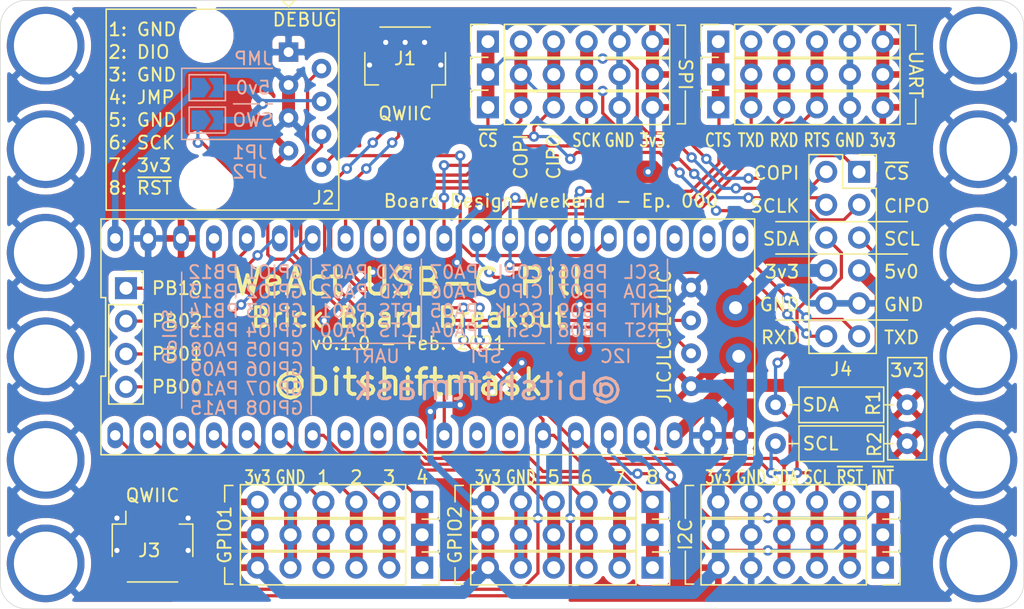
<source format=kicad_pcb>
(kicad_pcb (version 20171130) (host pcbnew 5.1.9)
  (layers (0 F.Cu signal hide) (31 B.Cu signal hide) (34 B.Paste user) (35 F.Paste user) (36 B.SilkS user) (37 F.SilkS user) (38 B.Mask user) (39 F.Mask user) (44 Edge.Cuts user))
  (net 0 "")
  (net 1 GND)
  (net 2 /I2C-SCL)
  (net 3 /I2C-SDA)
  (net 4 +3V3)
  (net 5 /~SWD-RST)
  (net 6 /SWCLK)
  (net 7 /SWO)
  (net 8 /SWDIO)
  (net 9 /USART-RX)
  (net 10 /USART-TX)
  (net 11 +5V)
  (net 12 /SPI-SCK)
  (net 13 /SPI-CIPO)
  (net 14 /SPI-COPI)
  (net 15 /~SPI-CS)
  (net 16 /USART-RTS)
  (net 17 /USART-CTS)
  (net 18 "Net-(U?1-Pad25)")
  (net 19 "Net-(U?1-Pad26)")
  (net 20 "Net-(U?1-Pad27)")
  (net 21 "Net-(U?1-Pad28)")
  (net 22 "Net-(U?1-Pad13)")
  (net 23 "Net-(U?1-Pad12)")
  (net 24 "Net-(U?1-Pad9)")
  (net 25 /~I2C-RST)
  (net 26 /~I2C-INT)
  (net 27 /GPIO8)
  (net 28 /GPIO7)
  (net 29 /GPIO6)
  (net 30 /GPIO5)
  (net 31 /GPIO4)
  (net 32 /GPIO3)
  (net 33 /GPIO2)
  (net 34 /GPIO1)
  (net 35 "Net-(J2-Pad4)")
  (net 36 "Net-(J20-Pad4)")
  (net 37 "Net-(J20-Pad3)")
  (net 38 "Net-(J20-Pad2)")
  (net 39 "Net-(J20-Pad1)")
  (net 40 "Net-(U?1-Pad8)")
  (module Connector_PinSocket_2.54mm:PinSocket_1x04_P2.54mm_Vertical (layer F.Cu) (at 76.2 78.74)
    (fp_text reference J20 hide)
    (fp_text value Conn_01x04)
    (pad 4 thru_hole oval (at 0 7.62) (size 1.7 1.7) (drill 1) (layers *.Cu *.Mask) (net 36 "Net-(J20-Pad4)"))
    (pad 3 thru_hole oval (at 0 5.08) (size 1.7 1.7) (drill 1) (layers *.Cu *.Mask) (net 37 "Net-(J20-Pad3)"))
    (pad 2 thru_hole oval (at 0 2.54) (size 1.7 1.7) (drill 1) (layers *.Cu *.Mask) (net 38 "Net-(J20-Pad2)"))
    (pad 1 thru_hole rect (at 0 0) (size 1.7 1.7) (drill 1) (layers *.Cu *.Mask) (net 39 "Net-(J20-Pad1)"))
  )
  (module Jumper:SolderJumper-2_P1.3mm_Open_TrianglePad1.0x1.5mm (layer B.Cu) (at 82.475 65.75)
    (fp_text reference JP2 (at 3.275 4) (layer B.SilkS) (effects (justify mirror)))
    (fp_text value SolderJumper_2_Open)
    (pad 1 smd custom (at -0.725 0) (size 0.3 0.3) (layers B.Cu B.Mask) (net 7 /SWO) (options (clearance outline) (anchor rect)) (primitives (gr_poly (pts (xy -0.5 0.75) (xy 0.5 0.75) (xy 1 0) (xy 0.5 -0.75) (xy -0.5 -0.75)) (width 0))))
    (pad 2 smd custom (at 0.725 0) (size 0.3 0.3) (layers B.Cu B.Mask) (net 35 "Net-(J2-Pad4)") (options (clearance outline) (anchor rect)) (primitives (gr_poly (pts (xy -0.65 0.75) (xy 0.5 0.75) (xy 0.5 -0.75) (xy -0.65 -0.75) (xy -0.15 0)) (width 0))))
  )
  (module Jumper:SolderJumper-2_P1.3mm_Open_TrianglePad1.0x1.5mm (layer B.Cu) (at 82.475 63.25)
    (fp_text reference JP1 (at 3.275 5) (layer B.SilkS) (effects (justify mirror)))
    (fp_text value SolderJumper_2_Open)
    (pad 1 smd custom (at -0.725 0) (size 0.3 0.3) (layers B.Cu B.Mask) (net 11 +5V) (options (clearance outline) (anchor rect)) (primitives (gr_poly (pts (xy -0.5 0.75) (xy 0.5 0.75) (xy 1 0) (xy 0.5 -0.75) (xy -0.5 -0.75)) (width 0))))
    (pad 2 smd custom (at 0.725 0) (size 0.3 0.3) (layers B.Cu B.Mask) (net 35 "Net-(J2-Pad4)") (options (clearance outline) (anchor rect)) (primitives (gr_poly (pts (xy -0.65 0.75) (xy 0.5 0.75) (xy 0.5 -0.75) (xy -0.65 -0.75) (xy -0.15 0)) (width 0))))
  )
  (module usb-c-pill:weact-blackpill (layer F.Cu) (at 99.5 82.5)
    (fp_text reference U?1 hide)
    (fp_text value weact-black-pill)
    (pad 24 thru_hole circle (at 20.32 -3.81) (size 1.524 1.524) (drill 0.762) (layers *.Cu *.Mask) (net 1 GND))
    (pad 23 thru_hole circle (at 20.32 -1.27) (size 1.524 1.524) (drill 0.762) (layers *.Cu *.Mask) (net 6 /SWCLK))
    (pad 22 thru_hole circle (at 20.32 1.27) (size 1.524 1.524) (drill 0.762) (layers *.Cu *.Mask) (net 8 /SWDIO))
    (pad 21 thru_hole circle (at 20.32 3.81) (size 1.524 1.524) (drill 0.762) (layers *.Cu *.Mask) (net 4 +3V3))
    (pad 20 thru_hole oval (at 24.13 7.6075) (size 1.2 2) (drill 0.8) (layers *.Cu *.Mask) (net 4 +3V3))
    (pad 25 thru_hole oval (at 24.13 -7.6075) (size 1.2 2) (drill 0.8) (layers *.Cu *.Mask) (net 18 "Net-(U?1-Pad25)"))
    (pad 19 thru_hole oval (at 21.59 7.6075) (size 1.2 2) (drill 0.8) (layers *.Cu *.Mask) (net 1 GND))
    (pad 26 thru_hole oval (at 21.59 -7.6075) (size 1.2 2) (drill 0.8) (layers *.Cu *.Mask) (net 19 "Net-(U?1-Pad26)"))
    (pad 18 thru_hole oval (at 19.05 7.6075) (size 1.2 2) (drill 0.8) (layers *.Cu *.Mask) (net 11 +5V))
    (pad 27 thru_hole oval (at 19.05 -7.6075) (size 1.2 2) (drill 0.8) (layers *.Cu *.Mask) (net 20 "Net-(U?1-Pad27)"))
    (pad 17 thru_hole oval (at 16.51 7.6075) (size 1.2 2) (drill 0.8) (layers *.Cu *.Mask) (net 26 /~I2C-INT))
    (pad 28 thru_hole oval (at 16.51 -7.6075) (size 1.2 2) (drill 0.8) (layers *.Cu *.Mask) (net 21 "Net-(U?1-Pad28)"))
    (pad 16 thru_hole oval (at 13.97 7.6075) (size 1.2 2) (drill 0.8) (layers *.Cu *.Mask) (net 25 /~I2C-RST))
    (pad 29 thru_hole oval (at 13.97 -7.6075) (size 1.2 2) (drill 0.8) (layers *.Cu *.Mask) (net 5 /~SWD-RST))
    (pad 15 thru_hole oval (at 11.43 7.6075) (size 1.2 2) (drill 0.8) (layers *.Cu *.Mask) (net 3 /I2C-SDA))
    (pad 30 thru_hole oval (at 11.43 -7.6075) (size 1.2 2) (drill 0.8) (layers *.Cu *.Mask) (net 17 /USART-CTS))
    (pad 14 thru_hole oval (at 8.89 7.6075) (size 1.2 2) (drill 0.8) (layers *.Cu *.Mask) (net 2 /I2C-SCL))
    (pad 31 thru_hole oval (at 8.89 -7.6075) (size 1.2 2) (drill 0.8) (layers *.Cu *.Mask) (net 16 /USART-RTS))
    (pad 13 thru_hole oval (at 6.35 7.6075) (size 1.2 2) (drill 0.8) (layers *.Cu *.Mask) (net 22 "Net-(U?1-Pad13)"))
    (pad 32 thru_hole oval (at 6.35 -7.6075) (size 1.2 2) (drill 0.8) (layers *.Cu *.Mask) (net 10 /USART-TX))
    (pad 12 thru_hole oval (at 3.81 7.6075) (size 1.2 2) (drill 0.8) (layers *.Cu *.Mask) (net 23 "Net-(U?1-Pad12)"))
    (pad 33 thru_hole oval (at 3.81 -7.6075) (size 1.2 2) (drill 0.8) (layers *.Cu *.Mask) (net 9 /USART-RX))
    (pad 11 thru_hole oval (at 1.27 7.6075) (size 1.2 2) (drill 0.8) (layers *.Cu *.Mask) (net 7 /SWO))
    (pad 34 thru_hole oval (at 1.27 -7.6075) (size 1.2 2) (drill 0.8) (layers *.Cu *.Mask) (net 15 /~SPI-CS))
    (pad 10 thru_hole oval (at -1.27 7.6075) (size 1.2 2) (drill 0.8) (layers *.Cu *.Mask) (net 27 /GPIO8))
    (pad 35 thru_hole oval (at -1.27 -7.6075) (size 1.2 2) (drill 0.8) (layers *.Cu *.Mask) (net 12 /SPI-SCK))
    (pad 9 thru_hole oval (at -3.81 7.6075) (size 1.2 2) (drill 0.8) (layers *.Cu *.Mask) (net 24 "Net-(U?1-Pad9)"))
    (pad 36 thru_hole oval (at -3.81 -7.6075) (size 1.2 2) (drill 0.8) (layers *.Cu *.Mask) (net 13 /SPI-CIPO))
    (pad 8 thru_hole oval (at -6.35 7.6075) (size 1.2 2) (drill 0.8) (layers *.Cu *.Mask) (net 40 "Net-(U?1-Pad8)"))
    (pad 37 thru_hole oval (at -6.35 -7.6075) (size 1.2 2) (drill 0.8) (layers *.Cu *.Mask) (net 14 /SPI-COPI))
    (pad 7 thru_hole oval (at -8.89 7.6075) (size 1.2 2) (drill 0.8) (layers *.Cu *.Mask) (net 28 /GPIO7))
    (pad 38 thru_hole oval (at -8.89 -7.6075) (size 1.2 2) (drill 0.8) (layers *.Cu *.Mask) (net 36 "Net-(J20-Pad4)"))
    (pad 6 thru_hole oval (at -11.43 7.6075) (size 1.2 2) (drill 0.8) (layers *.Cu *.Mask) (net 29 /GPIO6))
    (pad 39 thru_hole oval (at -11.43 -7.6075) (size 1.2 2) (drill 0.8) (layers *.Cu *.Mask) (net 37 "Net-(J20-Pad3)"))
    (pad 5 thru_hole oval (at -13.97 7.6075) (size 1.2 2) (drill 0.8) (layers *.Cu *.Mask) (net 30 /GPIO5))
    (pad 40 thru_hole oval (at -13.97 -7.6075) (size 1.2 2) (drill 0.8) (layers *.Cu *.Mask) (net 38 "Net-(J20-Pad2)"))
    (pad 4 thru_hole oval (at -16.51 7.6075) (size 1.2 2) (drill 0.8) (layers *.Cu *.Mask) (net 31 /GPIO4))
    (pad 41 thru_hole oval (at -16.51 -7.6075) (size 1.2 2) (drill 0.8) (layers *.Cu *.Mask) (net 39 "Net-(J20-Pad1)"))
    (pad 3 thru_hole oval (at -19.05 7.6075) (size 1.2 2) (drill 0.8) (layers *.Cu *.Mask) (net 32 /GPIO3))
    (pad 42 thru_hole oval (at -19.05 -7.6075) (size 1.2 2) (drill 0.8) (layers *.Cu *.Mask) (net 4 +3V3))
    (pad 2 thru_hole oval (at -21.59 7.6075) (size 1.2 2) (drill 0.8) (layers *.Cu *.Mask) (net 33 /GPIO2))
    (pad 43 thru_hole oval (at -21.59 -7.6075) (size 1.2 2) (drill 0.8) (layers *.Cu *.Mask) (net 1 GND))
    (pad 1 thru_hole oval (at -24.13 7.6075) (size 1.2 2) (drill 0.8) (layers *.Cu *.Mask) (net 34 /GPIO1))
    (pad 44 thru_hole oval (at -24.13 -7.6075) (size 1.2 2) (drill 0.8) (layers *.Cu *.Mask) (net 11 +5V))
  )
  (module Connector_PinSocket_2.54mm:PinSocket_1x06_P2.54mm_Vertical (layer F.Cu) (at 116.84 100.33 270)
    (fp_text reference J18 hide)
    (fp_text value Conn_01x06)
    (pad 6 thru_hole oval (at 0 12.7 270) (size 1.7 1.7) (drill 1) (layers *.Cu *.Mask) (net 4 +3V3))
    (pad 5 thru_hole oval (at 0 10.16 270) (size 1.7 1.7) (drill 1) (layers *.Cu *.Mask) (net 1 GND))
    (pad 4 thru_hole oval (at 0 7.62 270) (size 1.7 1.7) (drill 1) (layers *.Cu *.Mask) (net 30 /GPIO5))
    (pad 3 thru_hole oval (at 0 5.08 270) (size 1.7 1.7) (drill 1) (layers *.Cu *.Mask) (net 29 /GPIO6))
    (pad 2 thru_hole oval (at 0 2.54 270) (size 1.7 1.7) (drill 1) (layers *.Cu *.Mask) (net 28 /GPIO7))
    (pad 1 thru_hole rect (at 0 0 270) (size 1.7 1.7) (drill 1) (layers *.Cu *.Mask) (net 27 /GPIO8))
  )
  (module Connector_PinSocket_2.54mm:PinSocket_1x06_P2.54mm_Vertical (layer F.Cu) (at 99.06 97.79 270)
    (fp_text reference J14 hide)
    (fp_text value Conn_01x06)
    (pad 6 thru_hole oval (at 0 12.7 270) (size 1.7 1.7) (drill 1) (layers *.Cu *.Mask) (net 4 +3V3))
    (pad 5 thru_hole oval (at 0 10.16 270) (size 1.7 1.7) (drill 1) (layers *.Cu *.Mask) (net 1 GND))
    (pad 4 thru_hole oval (at 0 7.62 270) (size 1.7 1.7) (drill 1) (layers *.Cu *.Mask) (net 34 /GPIO1))
    (pad 3 thru_hole oval (at 0 5.08 270) (size 1.7 1.7) (drill 1) (layers *.Cu *.Mask) (net 33 /GPIO2))
    (pad 2 thru_hole oval (at 0 2.54 270) (size 1.7 1.7) (drill 1) (layers *.Cu *.Mask) (net 32 /GPIO3))
    (pad 1 thru_hole rect (at 0 0 270) (size 1.7 1.7) (drill 1) (layers *.Cu *.Mask) (net 31 /GPIO4))
  )
  (module Connector_PinSocket_2.54mm:PinSocket_1x06_P2.54mm_Vertical (layer F.Cu) (at 134.62 97.79 270)
    (fp_text reference J16 hide)
    (fp_text value Conn_01x06)
    (pad 6 thru_hole oval (at 0 12.7 270) (size 1.7 1.7) (drill 1) (layers *.Cu *.Mask) (net 4 +3V3))
    (pad 5 thru_hole oval (at 0 10.16 270) (size 1.7 1.7) (drill 1) (layers *.Cu *.Mask) (net 1 GND))
    (pad 4 thru_hole oval (at 0 7.62 270) (size 1.7 1.7) (drill 1) (layers *.Cu *.Mask) (net 3 /I2C-SDA))
    (pad 3 thru_hole oval (at 0 5.08 270) (size 1.7 1.7) (drill 1) (layers *.Cu *.Mask) (net 2 /I2C-SCL))
    (pad 2 thru_hole oval (at 0 2.54 270) (size 1.7 1.7) (drill 1) (layers *.Cu *.Mask) (net 25 /~I2C-RST))
    (pad 1 thru_hole rect (at 0 0 270) (size 1.7 1.7) (drill 1) (layers *.Cu *.Mask) (net 26 /~I2C-INT))
  )
  (module Connector_PinSocket_2.54mm:PinSocket_1x06_P2.54mm_Vertical (layer F.Cu) (at 116.84 97.79 270)
    (fp_text reference J13 hide)
    (fp_text value Conn_01x06)
    (pad 6 thru_hole oval (at 0 12.7 270) (size 1.7 1.7) (drill 1) (layers *.Cu *.Mask) (net 4 +3V3))
    (pad 5 thru_hole oval (at 0 10.16 270) (size 1.7 1.7) (drill 1) (layers *.Cu *.Mask) (net 1 GND))
    (pad 4 thru_hole oval (at 0 7.62 270) (size 1.7 1.7) (drill 1) (layers *.Cu *.Mask) (net 30 /GPIO5))
    (pad 3 thru_hole oval (at 0 5.08 270) (size 1.7 1.7) (drill 1) (layers *.Cu *.Mask) (net 29 /GPIO6))
    (pad 2 thru_hole oval (at 0 2.54 270) (size 1.7 1.7) (drill 1) (layers *.Cu *.Mask) (net 28 /GPIO7))
    (pad 1 thru_hole rect (at 0 0 270) (size 1.7 1.7) (drill 1) (layers *.Cu *.Mask) (net 27 /GPIO8))
  )
  (module Connector_PinSocket_2.54mm:PinSocket_1x06_P2.54mm_Vertical (layer F.Cu) (at 134.62 95.25 270)
    (fp_text reference J6 hide)
    (fp_text value Conn_01x06)
    (pad 6 thru_hole oval (at 0 12.7 270) (size 1.7 1.7) (drill 1) (layers *.Cu *.Mask) (net 4 +3V3))
    (pad 5 thru_hole oval (at 0 10.16 270) (size 1.7 1.7) (drill 1) (layers *.Cu *.Mask) (net 1 GND))
    (pad 4 thru_hole oval (at 0 7.62 270) (size 1.7 1.7) (drill 1) (layers *.Cu *.Mask) (net 3 /I2C-SDA))
    (pad 3 thru_hole oval (at 0 5.08 270) (size 1.7 1.7) (drill 1) (layers *.Cu *.Mask) (net 2 /I2C-SCL))
    (pad 2 thru_hole oval (at 0 2.54 270) (size 1.7 1.7) (drill 1) (layers *.Cu *.Mask) (net 25 /~I2C-RST))
    (pad 1 thru_hole rect (at 0 0 270) (size 1.7 1.7) (drill 1) (layers *.Cu *.Mask) (net 26 /~I2C-INT))
  )
  (module Connector_PinSocket_2.54mm:PinSocket_1x06_P2.54mm_Vertical (layer F.Cu) (at 116.84 95.25 270)
    (fp_text reference J8 hide)
    (fp_text value Conn_01x06)
    (pad 6 thru_hole oval (at 0 12.7 270) (size 1.7 1.7) (drill 1) (layers *.Cu *.Mask) (net 4 +3V3))
    (pad 5 thru_hole oval (at 0 10.16 270) (size 1.7 1.7) (drill 1) (layers *.Cu *.Mask) (net 1 GND))
    (pad 4 thru_hole oval (at 0 7.62 270) (size 1.7 1.7) (drill 1) (layers *.Cu *.Mask) (net 30 /GPIO5))
    (pad 3 thru_hole oval (at 0 5.08 270) (size 1.7 1.7) (drill 1) (layers *.Cu *.Mask) (net 29 /GPIO6))
    (pad 2 thru_hole oval (at 0 2.54 270) (size 1.7 1.7) (drill 1) (layers *.Cu *.Mask) (net 28 /GPIO7))
    (pad 1 thru_hole rect (at 0 0 270) (size 1.7 1.7) (drill 1) (layers *.Cu *.Mask) (net 27 /GPIO8))
  )
  (module Connector_PinSocket_2.54mm:PinSocket_1x06_P2.54mm_Vertical (layer F.Cu) (at 134.62 100.33 270)
    (fp_text reference J11 hide)
    (fp_text value Conn_01x06)
    (pad 6 thru_hole oval (at 0 12.7 270) (size 1.7 1.7) (drill 1) (layers *.Cu *.Mask) (net 4 +3V3))
    (pad 5 thru_hole oval (at 0 10.16 270) (size 1.7 1.7) (drill 1) (layers *.Cu *.Mask) (net 1 GND))
    (pad 4 thru_hole oval (at 0 7.62 270) (size 1.7 1.7) (drill 1) (layers *.Cu *.Mask) (net 3 /I2C-SDA))
    (pad 3 thru_hole oval (at 0 5.08 270) (size 1.7 1.7) (drill 1) (layers *.Cu *.Mask) (net 2 /I2C-SCL))
    (pad 2 thru_hole oval (at 0 2.54 270) (size 1.7 1.7) (drill 1) (layers *.Cu *.Mask) (net 25 /~I2C-RST))
    (pad 1 thru_hole rect (at 0 0 270) (size 1.7 1.7) (drill 1) (layers *.Cu *.Mask) (net 26 /~I2C-INT))
  )
  (module Connector_PinSocket_2.54mm:PinSocket_1x06_P2.54mm_Vertical (layer F.Cu) (at 99.06 100.33 270)
    (fp_text reference J19 hide)
    (fp_text value Conn_01x06)
    (pad 6 thru_hole oval (at 0 12.7 270) (size 1.7 1.7) (drill 1) (layers *.Cu *.Mask) (net 4 +3V3))
    (pad 5 thru_hole oval (at 0 10.16 270) (size 1.7 1.7) (drill 1) (layers *.Cu *.Mask) (net 1 GND))
    (pad 4 thru_hole oval (at 0 7.62 270) (size 1.7 1.7) (drill 1) (layers *.Cu *.Mask) (net 34 /GPIO1))
    (pad 3 thru_hole oval (at 0 5.08 270) (size 1.7 1.7) (drill 1) (layers *.Cu *.Mask) (net 33 /GPIO2))
    (pad 2 thru_hole oval (at 0 2.54 270) (size 1.7 1.7) (drill 1) (layers *.Cu *.Mask) (net 32 /GPIO3))
    (pad 1 thru_hole rect (at 0 0 270) (size 1.7 1.7) (drill 1) (layers *.Cu *.Mask) (net 31 /GPIO4))
  )
  (module Connector_PinSocket_2.54mm:PinSocket_1x06_P2.54mm_Vertical (layer F.Cu) (at 99.06 95.25 270)
    (fp_text reference J9 hide)
    (fp_text value Conn_01x06)
    (pad 6 thru_hole oval (at 0 12.7 270) (size 1.7 1.7) (drill 1) (layers *.Cu *.Mask) (net 4 +3V3))
    (pad 5 thru_hole oval (at 0 10.16 270) (size 1.7 1.7) (drill 1) (layers *.Cu *.Mask) (net 1 GND))
    (pad 4 thru_hole oval (at 0 7.62 270) (size 1.7 1.7) (drill 1) (layers *.Cu *.Mask) (net 34 /GPIO1))
    (pad 3 thru_hole oval (at 0 5.08 270) (size 1.7 1.7) (drill 1) (layers *.Cu *.Mask) (net 33 /GPIO2))
    (pad 2 thru_hole oval (at 0 2.54 270) (size 1.7 1.7) (drill 1) (layers *.Cu *.Mask) (net 32 /GPIO3))
    (pad 1 thru_hole rect (at 0 0 270) (size 1.7 1.7) (drill 1) (layers *.Cu *.Mask) (net 31 /GPIO4))
  )
  (module Resistor_THT:R_Axial_DIN0207_L6.3mm_D2.5mm_P10.16mm_Horizontal (layer F.Cu) (at 136.5 90.75 180)
    (fp_text reference R2 (at 2.515 -0.055 270) (layer F.SilkS))
    (fp_text value DNP)
    (pad 2 thru_hole oval (at 10.16 0 180) (size 1.6 1.6) (drill 0.8) (layers *.Cu *.Mask) (net 2 /I2C-SCL))
    (pad 1 thru_hole circle (at 0 0 180) (size 1.6 1.6) (drill 0.8) (layers *.Cu *.Mask) (net 4 +3V3))
  )
  (module Resistor_THT:R_Axial_DIN0207_L6.3mm_D2.5mm_P10.16mm_Horizontal (layer F.Cu) (at 136.5 87.75 180)
    (fp_text reference R1 (at 2.61 0.12 270) (layer F.SilkS))
    (fp_text value DNP)
    (pad 2 thru_hole oval (at 10.16 0 180) (size 1.6 1.6) (drill 0.8) (layers *.Cu *.Mask) (net 3 /I2C-SDA))
    (pad 1 thru_hole circle (at 0 0 180) (size 1.6 1.6) (drill 0.8) (layers *.Cu *.Mask) (net 4 +3V3))
  )
  (module brick-4_9id-6_0od:brick-1x6 (layer F.Cu) (at 142 60)
    (fp_text reference MH2 hide)
    (fp_text value Conn_01x06)
    (pad 5 thru_hole circle (at 0 32) (size 6 6) (drill 4.9) (layers *.Cu *.Mask) (net 1 GND))
    (pad 6 thru_hole circle (at 0 40) (size 6 6) (drill 4.9) (layers *.Cu *.Mask) (net 1 GND))
    (pad 4 thru_hole circle (at 0 24) (size 6 6) (drill 4.9) (layers *.Cu *.Mask) (net 1 GND))
    (pad 3 thru_hole circle (at 0 16) (size 6 6) (drill 4.9) (layers *.Cu *.Mask) (net 1 GND))
    (pad 2 thru_hole circle (at 0 8) (size 6 6) (drill 4.9) (layers *.Cu *.Mask) (net 1 GND))
    (pad 1 thru_hole circle (at 0 0) (size 6 6) (drill 4.9) (layers *.Cu *.Mask) (net 1 GND))
  )
  (module brick-4_9id-6_0od:brick-1x6 (layer F.Cu) (at 70 60)
    (fp_text reference MH1 hide)
    (fp_text value Conn_01x06)
    (pad 5 thru_hole circle (at 0 32) (size 6 6) (drill 4.9) (layers *.Cu *.Mask) (net 1 GND))
    (pad 6 thru_hole circle (at 0 40) (size 6 6) (drill 4.9) (layers *.Cu *.Mask) (net 1 GND))
    (pad 4 thru_hole circle (at 0 24) (size 6 6) (drill 4.9) (layers *.Cu *.Mask) (net 1 GND))
    (pad 3 thru_hole circle (at 0 16) (size 6 6) (drill 4.9) (layers *.Cu *.Mask) (net 1 GND))
    (pad 2 thru_hole circle (at 0 8) (size 6 6) (drill 4.9) (layers *.Cu *.Mask) (net 1 GND))
    (pad 1 thru_hole circle (at 0 0) (size 6 6) (drill 4.9) (layers *.Cu *.Mask) (net 1 GND))
  )
  (module Connector_PinSocket_2.54mm:PinSocket_1x06_P2.54mm_Vertical (layer F.Cu) (at 121.92 59.69 90)
    (fp_text reference J17 hide)
    (fp_text value Conn_01x06)
    (pad 6 thru_hole oval (at 0 12.7 90) (size 1.7 1.7) (drill 1) (layers *.Cu *.Mask) (net 4 +3V3))
    (pad 5 thru_hole oval (at 0 10.16 90) (size 1.7 1.7) (drill 1) (layers *.Cu *.Mask) (net 1 GND))
    (pad 4 thru_hole oval (at 0 7.62 90) (size 1.7 1.7) (drill 1) (layers *.Cu *.Mask) (net 16 /USART-RTS))
    (pad 3 thru_hole oval (at 0 5.08 90) (size 1.7 1.7) (drill 1) (layers *.Cu *.Mask) (net 9 /USART-RX))
    (pad 2 thru_hole oval (at 0 2.54 90) (size 1.7 1.7) (drill 1) (layers *.Cu *.Mask) (net 10 /USART-TX))
    (pad 1 thru_hole rect (at 0 0 90) (size 1.7 1.7) (drill 1) (layers *.Cu *.Mask) (net 17 /USART-CTS))
  )
  (module Connector_PinSocket_2.54mm:PinSocket_1x06_P2.54mm_Vertical (layer F.Cu) (at 104.14 64.77 90)
    (fp_text reference J15 hide)
    (fp_text value Conn_01x06)
    (pad 6 thru_hole oval (at 0 12.7 90) (size 1.7 1.7) (drill 1) (layers *.Cu *.Mask) (net 4 +3V3))
    (pad 5 thru_hole oval (at 0 10.16 90) (size 1.7 1.7) (drill 1) (layers *.Cu *.Mask) (net 1 GND))
    (pad 4 thru_hole oval (at 0 7.62 90) (size 1.7 1.7) (drill 1) (layers *.Cu *.Mask) (net 12 /SPI-SCK))
    (pad 3 thru_hole oval (at 0 5.08 90) (size 1.7 1.7) (drill 1) (layers *.Cu *.Mask) (net 13 /SPI-CIPO))
    (pad 2 thru_hole oval (at 0 2.54 90) (size 1.7 1.7) (drill 1) (layers *.Cu *.Mask) (net 14 /SPI-COPI))
    (pad 1 thru_hole rect (at 0 0 90) (size 1.7 1.7) (drill 1) (layers *.Cu *.Mask) (net 15 /~SPI-CS))
  )
  (module Connector_PinSocket_2.54mm:PinSocket_1x06_P2.54mm_Vertical (layer F.Cu) (at 121.92 62.23 90)
    (fp_text reference J12 hide)
    (fp_text value Conn_01x06)
    (pad 6 thru_hole oval (at 0 12.7 90) (size 1.7 1.7) (drill 1) (layers *.Cu *.Mask) (net 4 +3V3))
    (pad 5 thru_hole oval (at 0 10.16 90) (size 1.7 1.7) (drill 1) (layers *.Cu *.Mask) (net 1 GND))
    (pad 4 thru_hole oval (at 0 7.62 90) (size 1.7 1.7) (drill 1) (layers *.Cu *.Mask) (net 16 /USART-RTS))
    (pad 3 thru_hole oval (at 0 5.08 90) (size 1.7 1.7) (drill 1) (layers *.Cu *.Mask) (net 9 /USART-RX))
    (pad 2 thru_hole oval (at 0 2.54 90) (size 1.7 1.7) (drill 1) (layers *.Cu *.Mask) (net 10 /USART-TX))
    (pad 1 thru_hole rect (at 0 0 90) (size 1.7 1.7) (drill 1) (layers *.Cu *.Mask) (net 17 /USART-CTS))
  )
  (module Connector_PinSocket_2.54mm:PinSocket_1x06_P2.54mm_Vertical (layer F.Cu) (at 104.14 62.23 90)
    (fp_text reference J10 hide)
    (fp_text value Conn_01x06)
    (pad 6 thru_hole oval (at 0 12.7 90) (size 1.7 1.7) (drill 1) (layers *.Cu *.Mask) (net 4 +3V3))
    (pad 5 thru_hole oval (at 0 10.16 90) (size 1.7 1.7) (drill 1) (layers *.Cu *.Mask) (net 1 GND))
    (pad 4 thru_hole oval (at 0 7.62 90) (size 1.7 1.7) (drill 1) (layers *.Cu *.Mask) (net 12 /SPI-SCK))
    (pad 3 thru_hole oval (at 0 5.08 90) (size 1.7 1.7) (drill 1) (layers *.Cu *.Mask) (net 13 /SPI-CIPO))
    (pad 2 thru_hole oval (at 0 2.54 90) (size 1.7 1.7) (drill 1) (layers *.Cu *.Mask) (net 14 /SPI-COPI))
    (pad 1 thru_hole rect (at 0 0 90) (size 1.7 1.7) (drill 1) (layers *.Cu *.Mask) (net 15 /~SPI-CS))
  )
  (module Connector_PinSocket_2.54mm:PinSocket_1x06_P2.54mm_Vertical (layer F.Cu) (at 121.92 64.77 90)
    (fp_text reference J7 hide)
    (fp_text value Conn_01x06)
    (pad 6 thru_hole oval (at 0 12.7 90) (size 1.7 1.7) (drill 1) (layers *.Cu *.Mask) (net 4 +3V3))
    (pad 5 thru_hole oval (at 0 10.16 90) (size 1.7 1.7) (drill 1) (layers *.Cu *.Mask) (net 1 GND))
    (pad 4 thru_hole oval (at 0 7.62 90) (size 1.7 1.7) (drill 1) (layers *.Cu *.Mask) (net 16 /USART-RTS))
    (pad 3 thru_hole oval (at 0 5.08 90) (size 1.7 1.7) (drill 1) (layers *.Cu *.Mask) (net 9 /USART-RX))
    (pad 2 thru_hole oval (at 0 2.54 90) (size 1.7 1.7) (drill 1) (layers *.Cu *.Mask) (net 10 /USART-TX))
    (pad 1 thru_hole rect (at 0 0 90) (size 1.7 1.7) (drill 1) (layers *.Cu *.Mask) (net 17 /USART-CTS))
  )
  (module Connector_PinSocket_2.54mm:PinSocket_1x06_P2.54mm_Vertical (layer F.Cu) (at 104.14 59.69 90)
    (fp_text reference J5 hide)
    (fp_text value Conn_01x06)
    (pad 6 thru_hole oval (at 0 12.7 90) (size 1.7 1.7) (drill 1) (layers *.Cu *.Mask) (net 4 +3V3))
    (pad 5 thru_hole oval (at 0 10.16 90) (size 1.7 1.7) (drill 1) (layers *.Cu *.Mask) (net 1 GND))
    (pad 4 thru_hole oval (at 0 7.62 90) (size 1.7 1.7) (drill 1) (layers *.Cu *.Mask) (net 12 /SPI-SCK))
    (pad 3 thru_hole oval (at 0 5.08 90) (size 1.7 1.7) (drill 1) (layers *.Cu *.Mask) (net 13 /SPI-CIPO))
    (pad 2 thru_hole oval (at 0 2.54 90) (size 1.7 1.7) (drill 1) (layers *.Cu *.Mask) (net 14 /SPI-COPI))
    (pad 1 thru_hole rect (at 0 0 90) (size 1.7 1.7) (drill 1) (layers *.Cu *.Mask) (net 15 /~SPI-CS))
  )
  (module Connector_PinSocket_2.54mm:PinSocket_2x06_P2.54mm_Vertical (layer F.Cu) (at 132.79 69.75)
    (fp_text reference J4 (at -1.39 15.25) (layer F.SilkS))
    (fp_text value Conn_02x06_Counter_Clockwise)
    (pad 12 thru_hole oval (at -2.54 12.7) (size 1.7 1.7) (drill 1) (layers *.Cu *.Mask) (net 9 /USART-RX))
    (pad 11 thru_hole oval (at 0 12.7) (size 1.7 1.7) (drill 1) (layers *.Cu *.Mask) (net 10 /USART-TX))
    (pad 10 thru_hole oval (at -2.54 10.16) (size 1.7 1.7) (drill 1) (layers *.Cu *.Mask) (net 1 GND))
    (pad 9 thru_hole oval (at 0 10.16) (size 1.7 1.7) (drill 1) (layers *.Cu *.Mask) (net 1 GND))
    (pad 8 thru_hole oval (at -2.54 7.62) (size 1.7 1.7) (drill 1) (layers *.Cu *.Mask) (net 4 +3V3))
    (pad 7 thru_hole oval (at 0 7.62) (size 1.7 1.7) (drill 1) (layers *.Cu *.Mask) (net 11 +5V))
    (pad 6 thru_hole oval (at -2.54 5.08) (size 1.7 1.7) (drill 1) (layers *.Cu *.Mask) (net 3 /I2C-SDA))
    (pad 5 thru_hole oval (at 0 5.08) (size 1.7 1.7) (drill 1) (layers *.Cu *.Mask) (net 2 /I2C-SCL))
    (pad 4 thru_hole oval (at -2.54 2.54) (size 1.7 1.7) (drill 1) (layers *.Cu *.Mask) (net 12 /SPI-SCK))
    (pad 3 thru_hole oval (at 0 2.54) (size 1.7 1.7) (drill 1) (layers *.Cu *.Mask) (net 13 /SPI-CIPO))
    (pad 2 thru_hole oval (at -2.54 0) (size 1.7 1.7) (drill 1) (layers *.Cu *.Mask) (net 14 /SPI-COPI))
    (pad 1 thru_hole rect (at 0 0) (size 1.7 1.7) (drill 1) (layers *.Cu *.Mask) (net 15 /~SPI-CS))
  )
  (module Connector_JST:JST_SH_SM04B-SRSS-TB_1x04-1MP_P1.00mm_Horizontal (layer F.Cu) (at 78.25 98.75)
    (fp_text reference J3 (at -0.25 0.25) (layer F.SilkS))
    (fp_text value Conn_01x04_MountingPin)
    (pad MP smd roundrect (at 2.8 1.875) (size 1.2 1.8) (layers F.Cu F.Paste F.Mask) (roundrect_rratio 0.208333) (net 1 GND))
    (pad MP smd roundrect (at -2.8 1.875) (size 1.2 1.8) (layers F.Cu F.Paste F.Mask) (roundrect_rratio 0.208333) (net 1 GND))
    (pad 4 smd roundrect (at 1.5 -2) (size 0.6 1.55) (layers F.Cu F.Paste F.Mask) (net 2 /I2C-SCL))
    (pad 3 smd roundrect (at 0.5 -2) (size 0.6 1.55) (layers F.Cu F.Paste F.Mask) (net 3 /I2C-SDA))
    (pad 2 smd roundrect (at -0.5 -2) (size 0.6 1.55) (layers F.Cu F.Paste F.Mask) (net 4 +3V3))
    (pad 1 smd roundrect (at -1.5 -2) (size 0.6 1.55) (layers F.Cu F.Paste F.Mask) (net 1 GND))
  )
  (module Connector_RJ:RJ45_Amphenol_54602-x08_Horizontal (layer F.Cu) (at 88.75 60.5 270)
    (fp_text reference J2 (at 11.255 -2.69 180) (layer F.SilkS))
    (fp_text value 8P8C)
    (pad 8 thru_hole circle (at 8.89 -2.54 270) (size 1.5 1.5) (drill 0.76) (layers *.Cu *.Mask) (net 5 /~SWD-RST))
    (pad 7 thru_hole circle (at 7.62 0 270) (size 1.5 1.5) (drill 0.76) (layers *.Cu *.Mask) (net 4 +3V3))
    (pad 6 thru_hole circle (at 6.35 -2.54 270) (size 1.5 1.5) (drill 0.76) (layers *.Cu *.Mask) (net 6 /SWCLK))
    (pad 5 thru_hole circle (at 5.08 0 270) (size 1.5 1.5) (drill 0.76) (layers *.Cu *.Mask) (net 1 GND))
    (pad 4 thru_hole circle (at 3.81 -2.54 270) (size 1.5 1.5) (drill 0.76) (layers *.Cu *.Mask) (net 35 "Net-(J2-Pad4)"))
    (pad 3 thru_hole circle (at 2.54 0 270) (size 1.5 1.5) (drill 0.76) (layers *.Cu *.Mask) (net 1 GND))
    (pad 2 thru_hole circle (at 1.27 -2.54 270) (size 1.5 1.5) (drill 0.76) (layers *.Cu *.Mask) (net 8 /SWDIO))
    (pad 1 thru_hole rect (at 0 0 270) (size 1.5 1.5) (drill 0.76) (layers *.Cu *.Mask) (net 1 GND))
    (pad "" np_thru_hole circle (at -1.27 6.35 270) (size 3.2 3.2) (drill 3.2) (layers *.Cu *.Mask))
    (pad "" np_thru_hole circle (at 10.16 6.35 270) (size 3.2 3.2) (drill 3.2) (layers *.Cu *.Mask))
  )
  (module Connector_JST:JST_SH_SM04B-SRSS-TB_1x04-1MP_P1.00mm_Horizontal (layer F.Cu) (at 97.75 61.25 180)
    (fp_text reference J1 (at 0 0.25) (layer F.SilkS))
    (fp_text value Conn_01x04_MountingPin)
    (pad MP smd roundrect (at 2.8 1.875 180) (size 1.2 1.8) (layers F.Cu F.Paste F.Mask) (roundrect_rratio 0.208333) (net 1 GND))
    (pad MP smd roundrect (at -2.8 1.875 180) (size 1.2 1.8) (layers F.Cu F.Paste F.Mask) (roundrect_rratio 0.208333) (net 1 GND))
    (pad 4 smd roundrect (at 1.5 -2 180) (size 0.6 1.55) (layers F.Cu F.Paste F.Mask) (net 2 /I2C-SCL))
    (pad 3 smd roundrect (at 0.5 -2 180) (size 0.6 1.55) (layers F.Cu F.Paste F.Mask) (net 3 /I2C-SDA))
    (pad 2 smd roundrect (at -0.5 -2 180) (size 0.6 1.55) (layers F.Cu F.Paste F.Mask) (net 4 +3V3))
    (pad 1 smd roundrect (at -1.5 -2 180) (size 0.6 1.55) (layers F.Cu F.Paste F.Mask) (net 1 GND))
  )
  (gr_text @bitshiftmask (at 104.14 86.36) (layer B.SilkS) (effects (font (size 2 2) (thickness 0.25)) (justify mirror)))
  (gr_text PB00 (at 78.105 86.36) (layer F.SilkS) (effects (font (size 1 1)) (justify left)))
  (gr_text PB01 (at 78.105 83.82) (layer F.SilkS) (effects (font (size 1 1)) (justify left)))
  (gr_text PB02 (at 78.105 81.28) (layer F.SilkS) (effects (font (size 1 1)) (justify left)))
  (gr_text PB10 (at 78.105 78.74) (layer F.SilkS) (effects (font (size 1 1)) (justify left)))
  (gr_text GPIOs (at 79.5 82.5 270) (layer B.SilkS) (effects (font (size 1 1)) (justify mirror)))
  (gr_line (start 80.5 77.5) (end 80.5 88) (layer B.SilkS) (width 0.12))
  (gr_line (start 118 82.5) (end 118 76.5) (layer B.SilkS) (width 0.12))
  (gr_line (start 109.5 83) (end 117.5 83) (layer B.SilkS) (width 0.12))
  (gr_line (start 99.5 83) (end 108.5 83) (layer B.SilkS) (width 0.12))
  (gr_line (start 98.5 83) (end 91 83) (layer B.SilkS) (width 0.12))
  (gr_line (start 99 76.5) (end 99 83) (layer B.SilkS) (width 0.12))
  (gr_line (start 109 76.5) (end 109 83) (layer B.SilkS) (width 0.12))
  (gr_text I2C (at 114 84) (layer B.SilkS) (effects (font (size 1 1)) (justify mirror)))
  (gr_text SPI (at 104 84) (layer B.SilkS) (effects (font (size 1 1)) (justify mirror)))
  (gr_text UART (at 95.5 84) (layer B.SilkS) (effects (font (size 1 1)) (justify mirror)))
  (gr_line (start 90.5 76.5) (end 90.5 88.5) (layer B.SilkS) (width 0.12))
  (gr_text GPIO8 (at 90 88) (layer B.SilkS) (effects (font (size 1 1)) (justify left mirror)))
  (gr_text GPIO5 (at 90 83.5) (layer B.SilkS) (effects (font (size 1 1)) (justify left mirror)))
  (gr_text PA08 (at 85 83.5) (layer B.SilkS) (effects (font (size 1 1)) (justify left mirror)))
  (gr_text PA10 (at 85 86.5) (layer B.SilkS) (effects (font (size 1 1)) (justify left mirror)))
  (gr_text PA09 (at 85 85) (layer B.SilkS) (effects (font (size 1 1)) (justify left mirror)))
  (gr_text GPIO6 (at 90 85) (layer B.SilkS) (effects (font (size 1 1)) (justify left mirror)))
  (gr_text PA15 (at 85 88) (layer B.SilkS) (effects (font (size 1 1)) (justify left mirror)))
  (gr_text GPIO7 (at 90 86.5) (layer B.SilkS) (effects (font (size 1 1)) (justify left mirror)))
  (gr_text PB15 (at 85 82) (layer B.SilkS) (effects (font (size 1 1)) (justify left mirror)))
  (gr_text PB14 (at 85 80.5) (layer B.SilkS) (effects (font (size 1 1)) (justify left mirror)))
  (gr_text PB13 (at 85 79) (layer B.SilkS) (effects (font (size 1 1)) (justify left mirror)))
  (gr_text PB12 (at 85 77.5) (layer B.SilkS) (effects (font (size 1 1)) (justify left mirror)))
  (gr_text GPIO4 (at 90 82) (layer B.SilkS) (effects (font (size 1 1)) (justify left mirror)))
  (gr_text GPIO3 (at 90 80.5) (layer B.SilkS) (effects (font (size 1 1)) (justify left mirror)))
  (gr_text GPIO2 (at 90 79) (layer B.SilkS) (effects (font (size 1 1)) (justify left mirror)))
  (gr_text GPIO1 (at 90 77.5) (layer B.SilkS) (effects (font (size 1 1)) (justify left mirror)))
  (gr_text PA00 (at 95 82) (layer B.SilkS) (effects (font (size 1 1)) (justify left mirror)))
  (gr_text PA01 (at 95 80.5) (layer B.SilkS) (effects (font (size 1 1)) (justify left mirror)))
  (gr_text PA02 (at 95 79) (layer B.SilkS) (effects (font (size 1 1)) (justify left mirror)))
  (gr_text PA03 (at 95 77.5) (layer B.SilkS) (effects (font (size 1 1)) (justify left mirror)))
  (gr_text CTS (at 98.5 82) (layer B.SilkS) (effects (font (size 1 1)) (justify left mirror)))
  (gr_text RTS (at 98.5 80.5) (layer B.SilkS) (effects (font (size 1 1)) (justify left mirror)))
  (gr_text TXD (at 98.5 79) (layer B.SilkS) (effects (font (size 1 1)) (justify left mirror)))
  (gr_text RXD (at 98.5 77.5) (layer B.SilkS) (effects (font (size 1 1)) (justify left mirror)))
  (gr_text PA04 (at 103.5 82) (layer B.SilkS) (effects (font (size 1 1)) (justify left mirror)))
  (gr_text PA05 (at 103.5 80.5) (layer B.SilkS) (effects (font (size 1 1)) (justify left mirror)))
  (gr_text PA06 (at 103.5 79) (layer B.SilkS) (effects (font (size 1 1)) (justify left mirror)))
  (gr_text PA07 (at 103.5 77.5) (layer B.SilkS) (effects (font (size 1 1)) (justify left mirror)))
  (gr_text CSn (at 108.5 82) (layer B.SilkS) (effects (font (size 1 1)) (justify left mirror)))
  (gr_text SCLK (at 108.5 80.5) (layer B.SilkS) (effects (font (size 1 1)) (justify left mirror)))
  (gr_text CIPO (at 108.5 79) (layer B.SilkS) (effects (font (size 1 1)) (justify left mirror)))
  (gr_text COPI (at 108.5 77.5) (layer B.SilkS) (effects (font (size 1 1)) (justify left mirror)))
  (gr_text PB08 (at 113.5 82) (layer B.SilkS) (effects (font (size 1 1)) (justify left mirror)))
  (gr_text PB09 (at 113.5 80.5) (layer B.SilkS) (effects (font (size 1 1)) (justify left mirror)))
  (gr_text PB07 (at 113.5 79) (layer B.SilkS) (effects (font (size 1 1)) (justify left mirror)))
  (gr_text PB06 (at 113.5 77.5) (layer B.SilkS) (effects (font (size 1 1)) (justify left mirror)))
  (gr_text RST (at 117.5 82) (layer B.SilkS) (effects (font (size 1 1)) (justify left mirror)))
  (gr_text INT (at 117.5 80.5) (layer B.SilkS) (effects (font (size 1 1)) (justify left mirror)))
  (gr_text SDA (at 117.5 79) (layer B.SilkS) (effects (font (size 1 1)) (justify left mirror)))
  (gr_text SCL (at 117.5 77.5) (layer B.SilkS) (effects (font (size 1 1)) (justify left mirror)))
  (gr_text DEBUG (at 90 58) (layer F.SilkS) (effects (font (size 1 1))))
  (gr_text JLCJLCJLCJLC (at 117.75 82.5 90) (layer F.SilkS) (effects (font (size 1 1))))
  (gr_text "Board Design Weekend - Ep. 000" (at 109 72) (layer F.SilkS) (effects (font (size 1 1))))
  (gr_text @bitshiftmask (at 98 86) (layer F.SilkS) (effects (font (size 2 2) (thickness 0.3))))
  (gr_text "v0.1.0 - Feb. 2021" (at 98 83) (layer F.SilkS) (effects (font (size 1 1))))
  (gr_text "Brick Board Breakout" (at 98 81) (layer F.SilkS) (effects (font (size 1.5 1.5) (thickness 0.25))))
  (gr_line (start 80.5 67.25) (end 84.5 67.25) (layer B.SilkS) (width 0.12))
  (gr_line (start 80.5 61.75) (end 80.5 67.25) (layer B.SilkS) (width 0.12))
  (gr_line (start 84.5 61.75) (end 80.5 61.75) (layer B.SilkS) (width 0.12))
  (gr_line (start 87.5 64.5) (end 84.5 64.5) (layer B.SilkS) (width 0.12))
  (gr_line (start 87.5 67.25) (end 84.5 67.25) (layer B.SilkS) (width 0.12))
  (gr_line (start 87.5 61.75) (end 84.5 61.75) (layer B.SilkS) (width 0.12))
  (gr_text SWO (at 86 65.75) (layer B.SilkS) (effects (font (size 1 1)) (justify mirror)))
  (gr_text 5v0 (at 86 63.25) (layer B.SilkS) (effects (font (size 1 1)) (justify mirror)))
  (gr_text JMP (at 86 61) (layer B.SilkS) (effects (font (size 1 1)) (justify mirror)))
  (gr_text "8: ~RST" (at 74.75 71) (layer F.SilkS) (effects (font (size 1 1)) (justify left)))
  (gr_text "7: 3v3" (at 74.75 69.25) (layer F.SilkS) (effects (font (size 1 1)) (justify left)))
  (gr_text "6: SCK" (at 74.75 67.5) (layer F.SilkS) (effects (font (size 1 1)) (justify left)))
  (gr_text "5: GND" (at 74.75 65.75) (layer F.SilkS) (effects (font (size 1 1)) (justify left)))
  (gr_text "4: JMP" (at 74.75 64) (layer F.SilkS) (effects (font (size 1 1)) (justify left)))
  (gr_text "3: GND" (at 74.75 62.25) (layer F.SilkS) (effects (font (size 1 1)) (justify left)))
  (gr_text "2: DIO" (at 74.75 60.5) (layer F.SilkS) (effects (font (size 1 1)) (justify left)))
  (gr_text "1: GND" (at 74.75 58.75) (layer F.SilkS) (effects (font (size 1 1)) (justify left)))
  (gr_line (start 119.38 66.04) (end 118.745 66.04) (layer F.SilkS) (width 0.12))
  (gr_line (start 119.38 63.5) (end 119.38 66.04) (layer F.SilkS) (width 0.12))
  (gr_line (start 119.38 58.42) (end 118.745 58.42) (layer F.SilkS) (width 0.12))
  (gr_line (start 119.38 60.96) (end 119.38 58.42) (layer F.SilkS) (width 0.12))
  (gr_text SPI (at 119.38 62.23 270) (layer F.SilkS) (effects (font (size 1 1))))
  (gr_line (start 137.16 66.04) (end 136.525 66.04) (layer F.SilkS) (width 0.12))
  (gr_line (start 137.16 64.135) (end 137.16 66.04) (layer F.SilkS) (width 0.12))
  (gr_line (start 137.16 58.42) (end 136.525 58.42) (layer F.SilkS) (width 0.12))
  (gr_line (start 137.16 60.325) (end 137.16 58.42) (layer F.SilkS) (width 0.12))
  (gr_text UART (at 137.16 62.23 270) (layer F.SilkS) (effects (font (size 1 1))))
  (gr_line (start 119.38 101.6) (end 120.015 101.6) (layer F.SilkS) (width 0.12))
  (gr_line (start 119.38 99.06) (end 119.38 101.6) (layer F.SilkS) (width 0.12))
  (gr_line (start 119.38 93.98) (end 120.015 93.98) (layer F.SilkS) (width 0.12))
  (gr_line (start 119.38 96.52) (end 119.38 93.98) (layer F.SilkS) (width 0.12))
  (gr_text I2C (at 119.38 97.79 90) (layer F.SilkS) (effects (font (size 1 1))))
  (gr_line (start 101.6 101.6) (end 102.235 101.6) (layer F.SilkS) (width 0.12))
  (gr_line (start 101.6 100.33) (end 101.6 101.6) (layer F.SilkS) (width 0.12))
  (gr_line (start 101.6 93.98) (end 102.235 93.98) (layer F.SilkS) (width 0.12))
  (gr_line (start 101.6 95.25) (end 101.6 93.98) (layer F.SilkS) (width 0.12))
  (gr_line (start 83.82 101.6) (end 84.455 101.6) (layer F.SilkS) (width 0.12))
  (gr_line (start 83.82 100.33) (end 83.82 101.6) (layer F.SilkS) (width 0.12))
  (gr_line (start 83.82 93.98) (end 84.455 93.98) (layer F.SilkS) (width 0.12))
  (gr_line (start 83.82 95.25) (end 83.82 93.98) (layer F.SilkS) (width 0.12))
  (gr_text GPIO2 (at 101.6 97.79 90) (layer F.SilkS) (effects (font (size 1 1))))
  (gr_text GPIO1 (at 83.82 97.79 90) (layer F.SilkS) (effects (font (size 1 1))))
  (gr_text "WeAct USB-C Pill" (at 98 78.25) (layer F.SilkS) (effects (font (size 2 2) (thickness 0.3))))
  (gr_text QWIIC (at 78.25 94.75) (layer F.SilkS) (effects (font (size 1 1))))
  (gr_text QWIIC (at 97.75 65.25) (layer F.SilkS) (effects (font (size 1 1))))
  (gr_text ~CS (at 104.14 67.31) (layer F.SilkS) (effects (font (size 1 0.75))))
  (gr_text CIPO (at 109.22 68.58 90) (layer F.SilkS) (effects (font (size 1 1))))
  (gr_text COPI (at 106.68 68.58 90) (layer F.SilkS) (effects (font (size 1 1))))
  (gr_text SCK (at 111.76 67.31) (layer F.SilkS) (effects (font (size 1 0.75))))
  (gr_text GND (at 114.3 67.31) (layer F.SilkS) (effects (font (size 1 0.75))))
  (gr_text 3v3 (at 116.84 67.31) (layer F.SilkS) (effects (font (size 1 0.75))))
  (gr_text CTS (at 121.92 67.31) (layer F.SilkS) (effects (font (size 1 0.75))))
  (gr_text TXD (at 124.46 67.31) (layer F.SilkS) (effects (font (size 1 0.75))))
  (gr_text RXD (at 127 67.31) (layer F.SilkS) (effects (font (size 1 0.75))))
  (gr_text RTS (at 129.54 67.31) (layer F.SilkS) (effects (font (size 1 0.75))))
  (gr_text GND (at 132.08 67.31) (layer F.SilkS) (effects (font (size 1 0.75))))
  (gr_text 3v3 (at 134.62 67.31) (layer F.SilkS) (effects (font (size 1 0.75))))
  (gr_line (start 135 92) (end 138 92) (layer F.SilkS) (width 0.12))
  (gr_line (start 135 84.1) (end 135 92) (layer F.SilkS) (width 0.12))
  (gr_line (start 138 84.1) (end 138 92) (layer F.SilkS) (width 0.12))
  (gr_line (start 135 84.1) (end 138 84.1) (layer F.SilkS) (width 0.12))
  (gr_line (start 126.365 73.6) (end 136.525 73.6) (layer F.SilkS) (width 0.12))
  (gr_line (start 126.365 81.2) (end 136.525 81.2) (layer F.SilkS) (width 0.12))
  (gr_line (start 126.365 76.1) (end 136.525 76.1) (layer F.SilkS) (width 0.12))
  (gr_text ~CS (at 134.62 69.85) (layer F.SilkS) (effects (font (size 1 1)) (justify left)))
  (gr_text CIPO (at 134.62 72.39) (layer F.SilkS) (effects (font (size 1 1)) (justify left)))
  (gr_text SCL (at 134.62 74.93) (layer F.SilkS) (effects (font (size 1 1)) (justify left)))
  (gr_text 5v0 (at 134.62 77.47) (layer F.SilkS) (effects (font (size 1 1)) (justify left)))
  (gr_text GND (at 134.62 80.01) (layer F.SilkS) (effects (font (size 1 1)) (justify left)))
  (gr_text TXD (at 134.62 82.55) (layer F.SilkS) (effects (font (size 1 1)) (justify left)))
  (gr_text RXD (at 128.27 82.55) (layer F.SilkS) (effects (font (size 1 1)) (justify right)))
  (gr_text GND (at 128.27 80.01) (layer F.SilkS) (effects (font (size 1 1)) (justify right)))
  (gr_text 3v3 (at 128.27 77.47) (layer F.SilkS) (effects (font (size 1 1)) (justify right)))
  (gr_text SDA (at 128.27 74.93) (layer F.SilkS) (effects (font (size 1 1)) (justify right)))
  (gr_text SCLK (at 128.27 72.39) (layer F.SilkS) (effects (font (size 1 1)) (justify right)))
  (gr_text COPI (at 128.27 69.85) (layer F.SilkS) (effects (font (size 1 1)) (justify right)))
  (gr_text 3v3 (at 136.525 85.09) (layer F.SilkS) (effects (font (size 1 1))))
  (gr_text 4 (at 99.06 93.345) (layer F.SilkS) (effects (font (size 1 1))))
  (gr_text 3 (at 96.52 93.345) (layer F.SilkS) (effects (font (size 1 1))))
  (gr_text 2 (at 93.98 93.345) (layer F.SilkS) (effects (font (size 1 1))))
  (gr_text 1 (at 91.44 93.345) (layer F.SilkS) (effects (font (size 1 1))))
  (gr_text GND (at 88.9 93.345) (layer F.SilkS) (effects (font (size 1 0.75))))
  (gr_text 3v3 (at 86.36 93.345) (layer F.SilkS) (effects (font (size 1 0.75))))
  (gr_text 3v3 (at 104.14 93.345) (layer F.SilkS) (effects (font (size 1 0.75))))
  (gr_text GND (at 106.68 93.345) (layer F.SilkS) (effects (font (size 1 0.75))))
  (gr_text 5 (at 109.22 93.345) (layer F.SilkS) (effects (font (size 1 1))))
  (gr_text 6 (at 111.76 93.345) (layer F.SilkS) (effects (font (size 1 1))))
  (gr_text 7 (at 114.3 93.345) (layer F.SilkS) (effects (font (size 1 1))))
  (gr_text 8 (at 116.84 93.345) (layer F.SilkS) (effects (font (size 1 1))))
  (gr_text 3v3 (at 121.92 93.345) (layer F.SilkS) (effects (font (size 1 0.75))))
  (gr_text GND (at 124.46 93.345) (layer F.SilkS) (effects (font (size 1 0.75))))
  (gr_text SDA (at 127 93.345) (layer F.SilkS) (effects (font (size 1 0.75))))
  (gr_text SCL (at 129.54 93.345) (layer F.SilkS) (effects (font (size 1 0.75))))
  (gr_text ~RST (at 132.08 93.345) (layer F.SilkS) (effects (font (size 1 0.75))))
  (gr_text ~INT (at 134.62 93.345) (layer F.SilkS) (effects (font (size 1 0.75))))
  (gr_text SCL (at 129.825 90.75) (layer F.SilkS) (effects (font (size 1 1))))
  (gr_text SDA (at 129.825 87.75) (layer F.SilkS) (effects (font (size 1 1))))
  (gr_arc (start 143.5 58.5) (end 145.5 58.5) (angle -90) (layer Edge.Cuts) (width 0.05))
  (gr_arc (start 143.5 101.5) (end 143.5 103.5) (angle -90) (layer Edge.Cuts) (width 0.05))
  (gr_arc (start 68.5 101.5) (end 66.5 101.5) (angle -90) (layer Edge.Cuts) (width 0.05))
  (gr_arc (start 68.5 58.5) (end 68.5 56.5) (angle -90) (layer Edge.Cuts) (width 0.05))
  (gr_line (start 143.5 56.5) (end 68.5 56.5) (layer Edge.Cuts) (width 0.05))
  (gr_line (start 145.5 101.5) (end 145.5 58.5) (layer Edge.Cuts) (width 0.05))
  (gr_line (start 68.5 103.5) (end 143.5 103.5) (layer Edge.Cuts) (width 0.05))
  (gr_line (start 66.5 58.5) (end 66.5 101.5) (layer Edge.Cuts) (width 0.05))
  (via (at 96.25 59.75) (size 0.8) (drill 0.4) (layers F.Cu B.Cu) (net 1))
  (via (at 99.25 59.75) (size 0.8) (drill 0.4) (layers F.Cu B.Cu) (net 1))
  (via (at 97.75 59.75) (size 0.8) (drill 0.4) (layers F.Cu B.Cu) (net 1))
  (via (at 75.5 99) (size 0.8) (drill 0.4) (layers F.Cu B.Cu) (net 1))
  (via (at 81 99) (size 0.8) (drill 0.4) (layers F.Cu B.Cu) (net 1))
  (via (at 75.5 96.5) (size 0.8) (drill 0.4) (layers F.Cu B.Cu) (net 1))
  (via (at 81 96.5) (size 0.8) (drill 0.4) (layers F.Cu B.Cu) (net 1))
  (via (at 95 61.5) (size 0.8) (drill 0.4) (layers F.Cu B.Cu) (net 1))
  (via (at 100.5 61.5) (size 0.8) (drill 0.4) (layers F.Cu B.Cu) (net 1))
  (segment (start 106.68 95.25) (end 106.68 100.33) (width 1) (layer F.Cu) (net 1))
  (segment (start 88.9 95.25) (end 88.9 100.33) (width 1) (layer F.Cu) (net 1))
  (segment (start 88.75 63.04) (end 88.75 65.58) (width 1) (layer F.Cu) (net 1))
  (via (at 126 93) (size 0.8) (drill 0.4) (layers F.Cu B.Cu) (net 2))
  (via (at 128 93) (size 0.8) (drill 0.4) (layers F.Cu B.Cu) (net 2))
  (segment (start 126 93) (end 128 93) (width 0.25) (layer B.Cu) (net 2))
  (segment (start 129.54 93.54) (end 129.54 95.25) (width 0.25) (layer F.Cu) (net 2))
  (segment (start 129 93) (end 129.54 93.54) (width 0.25) (layer F.Cu) (net 2))
  (segment (start 128 93) (end 129 93) (width 0.25) (layer F.Cu) (net 2))
  (segment (start 129.54 95.25) (end 129.54 100.33) (width 1) (layer F.Cu) (net 2))
  (segment (start 126 91.09) (end 126.34 90.75) (width 0.25) (layer B.Cu) (net 2))
  (segment (start 126 93) (end 126 91.09) (width 0.25) (layer B.Cu) (net 2))
  (via (at 102.25 82.75) (size 0.8) (drill 0.4) (layers F.Cu B.Cu) (net 2))
  (via (at 102.25 80.25) (size 0.8) (drill 0.4) (layers F.Cu B.Cu) (net 2))
  (segment (start 102.25 82.75) (end 102.25 80.25) (width 0.25) (layer B.Cu) (net 2))
  (via (at 93.25 69.5) (size 0.8) (drill 0.4) (layers F.Cu B.Cu) (net 2))
  (via (at 95.25 67.5) (size 0.8) (drill 0.4) (layers F.Cu B.Cu) (net 2))
  (segment (start 93.25 69.5) (end 95.25 67.5) (width 0.25) (layer B.Cu) (net 2))
  (segment (start 96.25 66.5) (end 96.25 63.25) (width 0.25) (layer F.Cu) (net 2))
  (segment (start 95.25 67.5) (end 96.25 66.5) (width 0.25) (layer F.Cu) (net 2))
  (segment (start 91.53501 76.171421) (end 91.53501 71.21499) (width 0.25) (layer F.Cu) (net 2))
  (segment (start 91.53501 71.21499) (end 93.25 69.5) (width 0.25) (layer F.Cu) (net 2))
  (segment (start 102.25 80.25) (end 95.613589 80.25) (width 0.25) (layer F.Cu) (net 2))
  (segment (start 95.613589 80.25) (end 91.53501 76.171421) (width 0.25) (layer F.Cu) (net 2))
  (segment (start 108.39 90.1075) (end 108.044999 90.452501) (width 0.25) (layer F.Cu) (net 2))
  (segment (start 111.456676 92.342338) (end 125.342338 92.342338) (width 0.25) (layer F.Cu) (net 2))
  (segment (start 108.39 90.1075) (end 109.221838 90.1075) (width 0.25) (layer F.Cu) (net 2))
  (segment (start 125.342338 92.342338) (end 126 93) (width 0.25) (layer F.Cu) (net 2))
  (segment (start 109.221838 90.1075) (end 111.456676 92.342338) (width 0.25) (layer F.Cu) (net 2))
  (via (at 108 96.5) (size 0.8) (drill 0.4) (layers F.Cu B.Cu) (net 2))
  (segment (start 108 90.4975) (end 108 96.5) (width 0.25) (layer B.Cu) (net 2))
  (segment (start 108.39 90.1075) (end 108 90.4975) (width 0.25) (layer B.Cu) (net 2))
  (segment (start 79.75 101.13819) (end 79.75 96.75) (width 0.25) (layer F.Cu) (net 2))
  (segment (start 80.61181 102) (end 79.75 101.13819) (width 0.25) (layer F.Cu) (net 2))
  (segment (start 106.749002 102) (end 80.61181 102) (width 0.25) (layer F.Cu) (net 2))
  (segment (start 108 100.749002) (end 106.749002 102) (width 0.25) (layer F.Cu) (net 2))
  (segment (start 108 96.5) (end 108 100.749002) (width 0.25) (layer F.Cu) (net 2))
  (segment (start 108.39 88.89) (end 102.25 82.75) (width 0.25) (layer F.Cu) (net 2))
  (segment (start 108.39 90.1075) (end 108.39 88.89) (width 0.25) (layer F.Cu) (net 2))
  (segment (start 132.79 74.83) (end 135.5 77.54) (width 0.25) (layer F.Cu) (net 2))
  (segment (start 135.5 77.54) (end 135.5 84.75) (width 0.25) (layer F.Cu) (net 2))
  (segment (start 135.5 84.75) (end 133 87.25) (width 0.25) (layer F.Cu) (net 2))
  (segment (start 133 87.25) (end 129.5 87.25) (width 0.25) (layer F.Cu) (net 2))
  (segment (start 128 88.75) (end 128 93) (width 0.25) (layer F.Cu) (net 2))
  (segment (start 129.5 87.25) (end 128 88.75) (width 0.25) (layer F.Cu) (net 2))
  (segment (start 127 92.5) (end 127 95.25) (width 0.25) (layer F.Cu) (net 3))
  (segment (start 127 95.25) (end 127 100.33) (width 1) (layer F.Cu) (net 3))
  (segment (start 127.465001 92.034999) (end 127 92.5) (width 0.25) (layer F.Cu) (net 3))
  (segment (start 127.465001 88.875001) (end 127.465001 92.034999) (width 0.25) (layer F.Cu) (net 3))
  (segment (start 126.34 87.75) (end 127.465001 88.875001) (width 0.25) (layer F.Cu) (net 3))
  (via (at 103.5 82.75) (size 0.8) (drill 0.4) (layers F.Cu B.Cu) (net 3))
  (via (at 103.5 80.25) (size 0.8) (drill 0.4) (layers F.Cu B.Cu) (net 3))
  (segment (start 103.5 82.75) (end 103.5 80.25) (width 0.25) (layer B.Cu) (net 3))
  (via (at 94.75 69.5) (size 0.8) (drill 0.4) (layers F.Cu B.Cu) (net 3))
  (via (at 96.75 67.5) (size 0.8) (drill 0.4) (layers F.Cu B.Cu) (net 3))
  (segment (start 94.75 69.5) (end 96.75 67.5) (width 0.25) (layer B.Cu) (net 3))
  (segment (start 97.25 67) (end 97.25 63.25) (width 0.25) (layer F.Cu) (net 3))
  (segment (start 96.75 67.5) (end 97.25 67) (width 0.25) (layer F.Cu) (net 3))
  (segment (start 92 72.25) (end 94.75 69.5) (width 0.25) (layer F.Cu) (net 3))
  (segment (start 92 76) (end 92 72.25) (width 0.25) (layer F.Cu) (net 3))
  (segment (start 95.5 79.5) (end 92 76) (width 0.25) (layer F.Cu) (net 3))
  (segment (start 102.75 79.5) (end 95.5 79.5) (width 0.25) (layer F.Cu) (net 3))
  (segment (start 103.5 80.25) (end 102.75 79.5) (width 0.25) (layer F.Cu) (net 3))
  (segment (start 78.75 100.774601) (end 78.75 96.75) (width 0.25) (layer F.Cu) (net 3))
  (segment (start 109.75 102.5) (end 80.475399 102.5) (width 0.25) (layer F.Cu) (net 3))
  (segment (start 80.475399 102.5) (end 78.75 100.774601) (width 0.25) (layer F.Cu) (net 3))
  (segment (start 110.5 101.75) (end 109.75 102.5) (width 0.25) (layer F.Cu) (net 3))
  (via (at 126.50001 84.5) (size 0.8) (drill 0.4) (layers F.Cu B.Cu) (net 3))
  (segment (start 126.34 87.75) (end 126.34 84.66001) (width 0.25) (layer B.Cu) (net 3))
  (segment (start 126.34 84.66001) (end 126.50001 84.5) (width 0.25) (layer B.Cu) (net 3))
  (segment (start 126.392327 91.892327) (end 127 92.5) (width 0.25) (layer F.Cu) (net 3))
  (segment (start 110.93 90.1075) (end 112.714827 91.892327) (width 0.25) (layer F.Cu) (net 3))
  (segment (start 112.714827 91.892327) (end 126.392327 91.892327) (width 0.25) (layer F.Cu) (net 3))
  (via (at 110.5 96.5) (size 0.8) (drill 0.4) (layers F.Cu B.Cu) (net 3))
  (segment (start 110.5 90.5375) (end 110.5 96.5) (width 0.25) (layer B.Cu) (net 3))
  (segment (start 110.93 90.1075) (end 110.5 90.5375) (width 0.25) (layer B.Cu) (net 3))
  (segment (start 110.5 96.5) (end 110.5 101.75) (width 0.25) (layer F.Cu) (net 3))
  (segment (start 103.5 83.25) (end 103.5 82.75) (width 0.25) (layer F.Cu) (net 3))
  (segment (start 110.3575 90.1075) (end 103.5 83.25) (width 0.25) (layer F.Cu) (net 3))
  (segment (start 110.93 90.1075) (end 110.3575 90.1075) (width 0.25) (layer F.Cu) (net 3))
  (segment (start 126.50001 84.5) (end 128 83.00001) (width 0.25) (layer F.Cu) (net 3))
  (segment (start 130.25 75.5) (end 130.25 74.83) (width 0.25) (layer F.Cu) (net 3))
  (segment (start 131.425001 76.005001) (end 130.25 74.83) (width 0.25) (layer F.Cu) (net 3))
  (segment (start 131.425001 77.934001) (end 131.425001 76.005001) (width 0.25) (layer F.Cu) (net 3))
  (segment (start 129.685999 78.734999) (end 130.624003 78.734999) (width 0.25) (layer F.Cu) (net 3))
  (segment (start 128 80.420998) (end 129.685999 78.734999) (width 0.25) (layer F.Cu) (net 3))
  (segment (start 130.624003 78.734999) (end 131.425001 77.934001) (width 0.25) (layer F.Cu) (net 3))
  (segment (start 128 83.00001) (end 128 80.420998) (width 0.25) (layer F.Cu) (net 3))
  (segment (start 116.84 59.69) (end 116.84 64.77) (width 1) (layer F.Cu) (net 4))
  (segment (start 134.62 59.69) (end 134.62 64.77) (width 1) (layer F.Cu) (net 4))
  (segment (start 77.75 96.75) (end 77.75 94.75) (width 0.5) (layer F.Cu) (net 4))
  (segment (start 98.25 63.25) (end 98.25 65.25) (width 0.5) (layer F.Cu) (net 4))
  (segment (start 123.63 90.1075) (end 123.63 91.87) (width 1) (layer B.Cu) (net 4))
  (segment (start 121.92 93.58) (end 121.92 95.25) (width 1) (layer B.Cu) (net 4))
  (segment (start 123.63 91.87) (end 121.92 93.58) (width 1) (layer B.Cu) (net 4))
  (segment (start 119.82 86.31) (end 122.06 86.31) (width 1) (layer B.Cu) (net 4))
  (segment (start 123.63 87.88) (end 123.63 90.1075) (width 1) (layer B.Cu) (net 4))
  (segment (start 122.06 86.31) (end 123.63 87.88) (width 1) (layer B.Cu) (net 4))
  (segment (start 121.92 95.25) (end 121.92 100.33) (width 1) (layer B.Cu) (net 4))
  (via (at 116.499998 69.75) (size 0.8) (drill 0.4) (layers F.Cu B.Cu) (net 4))
  (segment (start 116.84 64.77) (end 116.84 69.409998) (width 0.5) (layer B.Cu) (net 4))
  (segment (start 116.84 69.409998) (end 116.499998 69.75) (width 0.5) (layer B.Cu) (net 4))
  (via (at 103.5 72.5) (size 0.8) (drill 0.4) (layers F.Cu B.Cu) (net 4))
  (segment (start 101.899999 76.600001) (end 101.75 76.75) (width 0.5) (layer B.Cu) (net 4))
  (segment (start 101.899999 74.100001) (end 101.899999 76.600001) (width 0.5) (layer B.Cu) (net 4))
  (segment (start 103.5 72.5) (end 101.899999 74.100001) (width 0.5) (layer B.Cu) (net 4))
  (via (at 101.75 76.75) (size 0.8) (drill 0.4) (layers F.Cu B.Cu) (net 4))
  (via (at 95.25 77.5) (size 0.8) (drill 0.4) (layers F.Cu B.Cu) (net 4))
  (via (at 91.5 81.25) (size 0.8) (drill 0.4) (layers F.Cu B.Cu) (net 4))
  (segment (start 95.25 77.5) (end 91.5 81.25) (width 0.5) (layer B.Cu) (net 4))
  (segment (start 104.14 95.25) (end 104.14 100.33) (width 1) (layer F.Cu) (net 4))
  (segment (start 86.36 95.25) (end 86.36 100.33) (width 1) (layer F.Cu) (net 4))
  (segment (start 88.28 102.25) (end 86.36 100.33) (width 1) (layer B.Cu) (net 4))
  (segment (start 102.22 102.25) (end 88.28 102.25) (width 1) (layer B.Cu) (net 4))
  (segment (start 104.14 100.33) (end 102.22 102.25) (width 1) (layer B.Cu) (net 4))
  (segment (start 106.06 102.25) (end 104.14 100.33) (width 1) (layer B.Cu) (net 4))
  (segment (start 120 102.25) (end 106.06 102.25) (width 1) (layer B.Cu) (net 4))
  (segment (start 121.92 100.33) (end 120 102.25) (width 1) (layer B.Cu) (net 4))
  (via (at 104.5 86.75) (size 0.8) (drill 0.4) (layers F.Cu B.Cu) (net 4))
  (via (at 106.750006 84.5) (size 0.8) (drill 0.4) (layers F.Cu B.Cu) (net 4))
  (segment (start 104.5 86.75) (end 106.75 84.5) (width 0.5) (layer B.Cu) (net 4))
  (segment (start 106.75 84.5) (end 106.750006 84.5) (width 0.5) (layer B.Cu) (net 4))
  (via (at 102 87.75) (size 0.8) (drill 0.4) (layers F.Cu B.Cu) (net 4))
  (via (at 111.25 80) (size 0.8) (drill 0.4) (layers F.Cu B.Cu) (net 4))
  (via (at 111.25 83.5) (size 0.8) (drill 0.4) (layers F.Cu B.Cu) (net 4))
  (segment (start 111.25 80) (end 111.25 83.5) (width 0.5) (layer B.Cu) (net 4))
  (segment (start 123.63 90.1075) (end 123.63 84.13) (width 1) (layer B.Cu) (net 4))
  (segment (start 123.63 84.13) (end 123.5 84) (width 1) (layer B.Cu) (net 4))
  (via (at 123.5 84) (size 2) (drill 1) (layers F.Cu B.Cu) (net 4))
  (via (at 123.25 80.25) (size 2) (drill 1) (layers F.Cu B.Cu) (net 4))
  (segment (start 126.13 77.37) (end 123.25 80.25) (width 1) (layer B.Cu) (net 4))
  (segment (start 130.25 77.37) (end 126.13 77.37) (width 1) (layer B.Cu) (net 4))
  (via (at 99.695 88.265) (size 0.8) (drill 0.4) (layers F.Cu B.Cu) (net 4))
  (segment (start 102.937919 95.25) (end 99.695 92.007081) (width 0.5) (layer B.Cu) (net 4))
  (segment (start 102 87.75) (end 100.21 87.75) (width 0.5) (layer B.Cu) (net 4))
  (segment (start 100.21 87.75) (end 99.695 88.265) (width 0.5) (layer B.Cu) (net 4))
  (segment (start 104.14 95.25) (end 102.937919 95.25) (width 0.5) (layer B.Cu) (net 4))
  (segment (start 99.695 92.007081) (end 99.695 88.265) (width 0.5) (layer B.Cu) (net 4))
  (segment (start 102.926849 76.21751) (end 102 75.290661) (width 0.25) (layer F.Cu) (net 5))
  (segment (start 112.14499 76.21751) (end 102.926849 76.21751) (width 0.25) (layer F.Cu) (net 5))
  (segment (start 113.47 74.8925) (end 112.14499 76.21751) (width 0.25) (layer F.Cu) (net 5))
  (via (at 102 71.75) (size 0.8) (drill 0.4) (layers F.Cu B.Cu) (net 5))
  (segment (start 102 75.290661) (end 102 71.75) (width 0.25) (layer F.Cu) (net 5))
  (via (at 102 68.5) (size 0.8) (drill 0.4) (layers F.Cu B.Cu) (net 5))
  (segment (start 102 71.75) (end 102 68.5) (width 0.25) (layer B.Cu) (net 5))
  (segment (start 92.18 68.5) (end 91.29 69.39) (width 0.25) (layer F.Cu) (net 5))
  (segment (start 102 68.5) (end 92.18 68.5) (width 0.25) (layer F.Cu) (net 5))
  (segment (start 91.29 67.807412) (end 91.29 66.85) (width 0.25) (layer F.Cu) (net 6))
  (segment (start 89.68499 69.412422) (end 91.29 67.807412) (width 0.25) (layer F.Cu) (net 6))
  (segment (start 89.68499 75.93499) (end 89.68499 69.412422) (width 0.25) (layer F.Cu) (net 6))
  (segment (start 94.98 81.23) (end 89.68499 75.93499) (width 0.25) (layer F.Cu) (net 6))
  (segment (start 119.82 81.23) (end 94.98 81.23) (width 0.25) (layer F.Cu) (net 6))
  (segment (start 100.77 90.1075) (end 100.77 83.77) (width 0.25) (layer F.Cu) (net 7))
  (segment (start 94.875 82.5) (end 88.875 76.5) (width 0.25) (layer F.Cu) (net 7))
  (segment (start 88.875 76.5) (end 87.5 76.5) (width 0.25) (layer F.Cu) (net 7))
  (segment (start 100.77 83.77) (end 99.5 82.5) (width 0.25) (layer F.Cu) (net 7))
  (segment (start 99.5 82.5) (end 94.875 82.5) (width 0.25) (layer F.Cu) (net 7))
  (via (at 81.75 67.5) (size 0.8) (drill 0.4) (layers F.Cu B.Cu) (net 7))
  (segment (start 82.089002 67.5) (end 81.75 67.5) (width 0.25) (layer F.Cu) (net 7))
  (segment (start 87.14499 72.555988) (end 82.089002 67.5) (width 0.25) (layer F.Cu) (net 7))
  (segment (start 87.14499 76.14499) (end 87.14499 72.555988) (width 0.25) (layer F.Cu) (net 7))
  (segment (start 87.5 76.5) (end 87.14499 76.14499) (width 0.25) (layer F.Cu) (net 7))
  (segment (start 81.75 67.5) (end 81.75 65.75) (width 0.25) (layer B.Cu) (net 7))
  (segment (start 90.214999 62.845001) (end 91.29 61.77) (width 0.25) (layer F.Cu) (net 8))
  (segment (start 90.214999 68.246003) (end 90.214999 62.845001) (width 0.25) (layer F.Cu) (net 8))
  (segment (start 89 69.461002) (end 90.214999 68.246003) (width 0.25) (layer F.Cu) (net 8))
  (segment (start 89 75.98859) (end 89 69.461002) (width 0.25) (layer F.Cu) (net 8))
  (segment (start 119.82 83.77) (end 117.8 81.75) (width 0.25) (layer F.Cu) (net 8))
  (segment (start 94.76141 81.75) (end 89 75.98859) (width 0.25) (layer F.Cu) (net 8))
  (segment (start 117.8 81.75) (end 94.76141 81.75) (width 0.25) (layer F.Cu) (net 8))
  (segment (start 127 59.69) (end 127 64.77) (width 1) (layer F.Cu) (net 9))
  (via (at 104.25 77.5) (size 0.8) (drill 0.4) (layers F.Cu B.Cu) (net 9))
  (segment (start 103.31 76.56) (end 104.25 77.5) (width 0.25) (layer B.Cu) (net 9))
  (segment (start 103.31 74.8925) (end 103.31 76.56) (width 0.25) (layer B.Cu) (net 9))
  (segment (start 127 65.5) (end 127 64.77) (width 0.25) (layer F.Cu) (net 9))
  (segment (start 105.7025 72.5) (end 120 72.5) (width 0.25) (layer F.Cu) (net 9))
  (segment (start 103.31 74.8925) (end 105.7025 72.5) (width 0.25) (layer F.Cu) (net 9))
  (segment (start 120 72.5) (end 127 65.5) (width 0.25) (layer F.Cu) (net 9))
  (segment (start 130.25 82.45) (end 128.925011 82.45) (width 0.25) (layer F.Cu) (net 9))
  (segment (start 128.925011 82.45) (end 128.72501 82.249999) (width 0.25) (layer F.Cu) (net 9))
  (via (at 128.72501 82.249999) (size 0.8) (drill 0.4) (layers F.Cu B.Cu) (net 9))
  (via (at 127.25 80.750004) (size 0.8) (drill 0.4) (layers F.Cu B.Cu) (net 9))
  (segment (start 104.25 77.5) (end 104.649999 77.899999) (width 0.25) (layer F.Cu) (net 9))
  (segment (start 104.649999 77.899999) (end 105.927866 77.899999) (width 0.25) (layer F.Cu) (net 9))
  (segment (start 105.927866 77.899999) (end 106.312851 77.515014) (width 0.25) (layer F.Cu) (net 9))
  (segment (start 106.312851 77.515014) (end 124.01501 77.515014) (width 0.25) (layer F.Cu) (net 9))
  (segment (start 124.01501 77.515014) (end 127.25 80.750004) (width 0.25) (layer F.Cu) (net 9))
  (segment (start 128.72501 82.249999) (end 127.25 80.774989) (width 0.25) (layer B.Cu) (net 9))
  (segment (start 127.25 80.774989) (end 127.25 80.750004) (width 0.25) (layer B.Cu) (net 9))
  (via (at 106.25 71.75) (size 0.8) (drill 0.4) (layers F.Cu B.Cu) (net 10))
  (segment (start 105.85 72.15) (end 106.25 71.75) (width 0.25) (layer B.Cu) (net 10))
  (segment (start 105.85 74.8925) (end 105.85 72.15) (width 0.25) (layer B.Cu) (net 10))
  (segment (start 124.46 59.69) (end 124.46 64.77) (width 1) (layer F.Cu) (net 10))
  (segment (start 105.85 76.904861) (end 105.812341 76.94252) (width 0.25) (layer B.Cu) (net 10))
  (segment (start 105.85 74.8925) (end 105.85 76.904861) (width 0.25) (layer B.Cu) (net 10))
  (via (at 105.812341 76.94252) (size 0.8) (drill 0.4) (layers F.Cu B.Cu) (net 10))
  (segment (start 119.75 72) (end 124.46 67.29) (width 0.25) (layer F.Cu) (net 10))
  (segment (start 106.5 72) (end 119.75 72) (width 0.25) (layer F.Cu) (net 10))
  (segment (start 124.46 67.29) (end 124.46 64.77) (width 0.25) (layer F.Cu) (net 10))
  (segment (start 106.25 71.75) (end 106.5 72) (width 0.25) (layer F.Cu) (net 10))
  (segment (start 128.875009 81.149999) (end 128.72501 81) (width 0.25) (layer F.Cu) (net 10))
  (via (at 128.72501 81) (size 0.8) (drill 0.4) (layers F.Cu B.Cu) (net 10))
  (segment (start 131.489999 81.149999) (end 128.875009 81.149999) (width 0.25) (layer F.Cu) (net 10))
  (segment (start 132.79 82.45) (end 131.489999 81.149999) (width 0.25) (layer F.Cu) (net 10))
  (segment (start 124.692532 76.94252) (end 127.25 79.499988) (width 0.25) (layer F.Cu) (net 10))
  (segment (start 105.812341 76.94252) (end 124.692532 76.94252) (width 0.25) (layer F.Cu) (net 10))
  (segment (start 128.72501 81) (end 127.25 79.52499) (width 0.25) (layer B.Cu) (net 10))
  (via (at 127.25 79.499988) (size 0.8) (drill 0.4) (layers F.Cu B.Cu) (net 10))
  (segment (start 127.25 79.52499) (end 127.25 79.499988) (width 0.25) (layer B.Cu) (net 10))
  (segment (start 134.5 84.244002) (end 134.5 79.08) (width 1) (layer F.Cu) (net 11))
  (segment (start 132.494002 86.25) (end 134.5 84.244002) (width 1) (layer F.Cu) (net 11))
  (segment (start 122.5 86.25) (end 132.494002 86.25) (width 1) (layer F.Cu) (net 11))
  (segment (start 118.6425 90.1075) (end 122.5 86.25) (width 1) (layer F.Cu) (net 11))
  (segment (start 134.5 79.08) (end 132.79 77.37) (width 1) (layer F.Cu) (net 11))
  (segment (start 118.55 90.1075) (end 118.6425 90.1075) (width 1) (layer F.Cu) (net 11))
  (segment (start 75.37 69.63) (end 75.37 74.8925) (width 0.5) (layer B.Cu) (net 11))
  (segment (start 81.75 63.25) (end 75.37 69.63) (width 0.5) (layer B.Cu) (net 11))
  (segment (start 111.76 59.69) (end 111.76 64.77) (width 1) (layer F.Cu) (net 12))
  (via (at 120.059749 69.908073) (size 0.8) (drill 0.4) (layers F.Cu B.Cu) (net 12))
  (segment (start 121.901676 71.75) (end 124.25 71.75) (width 0.25) (layer B.Cu) (net 12))
  (via (at 124.25 71.75) (size 0.8) (drill 0.4) (layers F.Cu B.Cu) (net 12))
  (segment (start 120.059749 69.908073) (end 121.901676 71.75) (width 0.25) (layer B.Cu) (net 12))
  (segment (start 124.46 71.54) (end 124.25 71.75) (width 0.25) (layer F.Cu) (net 12))
  (segment (start 111.76 66.24) (end 110.25 67.75) (width 0.25) (layer F.Cu) (net 12))
  (segment (start 111.76 64.77) (end 111.76 66.24) (width 0.25) (layer F.Cu) (net 12))
  (segment (start 117.901676 67.75) (end 120.059749 69.908073) (width 0.25) (layer F.Cu) (net 12))
  (segment (start 110.25 67.75) (end 117.901676 67.75) (width 0.25) (layer F.Cu) (net 12))
  (segment (start 99.5 71) (end 98.23 72.27) (width 0.25) (layer F.Cu) (net 12))
  (segment (start 110.25 67.75) (end 106 67.75) (width 0.25) (layer F.Cu) (net 12))
  (segment (start 98.23 72.27) (end 98.23 74.8925) (width 0.25) (layer F.Cu) (net 12))
  (segment (start 102.75 71) (end 99.5 71) (width 0.25) (layer F.Cu) (net 12))
  (segment (start 106 67.75) (end 102.75 71) (width 0.25) (layer F.Cu) (net 12))
  (segment (start 129.71 71.75) (end 130.25 72.29) (width 0.25) (layer F.Cu) (net 12))
  (segment (start 124.25 71.75) (end 129.71 71.75) (width 0.25) (layer F.Cu) (net 12))
  (segment (start 109.22 59.69) (end 109.22 64.77) (width 1) (layer F.Cu) (net 13))
  (via (at 121.75 72.75) (size 0.8) (drill 0.4) (layers F.Cu B.Cu) (net 13))
  (segment (start 121.75 72.75) (end 118.938173 69.938173) (width 0.25) (layer B.Cu) (net 13))
  (segment (start 118.938173 69.938173) (end 118.938173 69.811817) (width 0.25) (layer B.Cu) (net 13))
  (via (at 118.938173 69.811817) (size 0.8) (drill 0.4) (layers F.Cu B.Cu) (net 13))
  (via (at 110.5 68.75) (size 0.8) (drill 0.4) (layers F.Cu B.Cu) (net 13))
  (segment (start 117.376356 68.25) (end 118.938173 69.811817) (width 0.25) (layer F.Cu) (net 13))
  (segment (start 111 68.25) (end 117.376356 68.25) (width 0.25) (layer F.Cu) (net 13))
  (segment (start 110.5 68.75) (end 111 68.25) (width 0.25) (layer F.Cu) (net 13))
  (segment (start 95.69 74.8925) (end 95.69 71.31) (width 0.25) (layer F.Cu) (net 13))
  (segment (start 106.0886 67.02499) (end 107.691913 67.02499) (width 0.25) (layer F.Cu) (net 13))
  (segment (start 109.22 64.77) (end 107.691913 66.298087) (width 0.25) (layer F.Cu) (net 13))
  (segment (start 108.77499 67.02499) (end 107.691913 67.02499) (width 0.25) (layer B.Cu) (net 13))
  (segment (start 107.691913 66.298087) (end 107.691913 67.02499) (width 0.25) (layer F.Cu) (net 13))
  (segment (start 95.69 71.31) (end 96.5 70.5) (width 0.25) (layer F.Cu) (net 13))
  (segment (start 102.61359 70.5) (end 106.0886 67.02499) (width 0.25) (layer F.Cu) (net 13))
  (segment (start 96.5 70.5) (end 102.61359 70.5) (width 0.25) (layer F.Cu) (net 13))
  (via (at 107.691913 67.02499) (size 0.8) (drill 0.4) (layers F.Cu B.Cu) (net 13))
  (segment (start 110.5 68.75) (end 108.77499 67.02499) (width 0.25) (layer B.Cu) (net 13))
  (segment (start 131.614999 73.465001) (end 132.79 72.29) (width 0.25) (layer F.Cu) (net 13))
  (segment (start 129.715001 73.465001) (end 131.614999 73.465001) (width 0.25) (layer F.Cu) (net 13))
  (segment (start 129 72.75) (end 129.715001 73.465001) (width 0.25) (layer F.Cu) (net 13))
  (segment (start 121.75 72.75) (end 129 72.75) (width 0.25) (layer F.Cu) (net 13))
  (segment (start 106.68 59.69) (end 106.68 64.77) (width 1) (layer F.Cu) (net 14))
  (via (at 113 63.5) (size 0.8) (drill 0.4) (layers F.Cu B.Cu) (net 14))
  (segment (start 107.95 63.5) (end 113 63.5) (width 0.25) (layer B.Cu) (net 14))
  (segment (start 106.68 62.23) (end 107.95 63.5) (width 0.25) (layer B.Cu) (net 14))
  (segment (start 118.47468 67.25) (end 119.86234 68.63766) (width 0.25) (layer F.Cu) (net 14))
  (segment (start 113 63.5) (end 113 65.209002) (width 0.25) (layer F.Cu) (net 14))
  (segment (start 115.040998 67.25) (end 118.47468 67.25) (width 0.25) (layer F.Cu) (net 14))
  (via (at 119.86234 68.63766) (size 0.8) (drill 0.4) (layers F.Cu B.Cu) (net 14))
  (segment (start 113 65.209002) (end 115.040998 67.25) (width 0.25) (layer F.Cu) (net 14))
  (segment (start 119.86234 68.63766) (end 122.24967 71.02499) (width 0.25) (layer B.Cu) (net 14))
  (via (at 123.278147 71.02499) (size 0.8) (drill 0.4) (layers F.Cu B.Cu) (net 14))
  (segment (start 122.24967 71.02499) (end 123.278147 71.02499) (width 0.25) (layer B.Cu) (net 14))
  (segment (start 102.477179 70) (end 106.68 65.797179) (width 0.25) (layer F.Cu) (net 14))
  (segment (start 106.68 65.797179) (end 106.68 64.77) (width 0.25) (layer F.Cu) (net 14))
  (segment (start 93.15 72.6) (end 95.75 70) (width 0.25) (layer F.Cu) (net 14))
  (segment (start 93.15 74.8925) (end 93.15 72.6) (width 0.25) (layer F.Cu) (net 14))
  (segment (start 95.75 70) (end 102.477179 70) (width 0.25) (layer F.Cu) (net 14))
  (segment (start 128.97501 71.02499) (end 130.25 69.75) (width 0.25) (layer F.Cu) (net 14))
  (segment (start 123.278147 71.02499) (end 128.97501 71.02499) (width 0.25) (layer F.Cu) (net 14))
  (segment (start 104.14 59.69) (end 104.14 64.77) (width 1) (layer F.Cu) (net 15))
  (via (at 100.75 71.75) (size 0.8) (drill 0.4) (layers F.Cu B.Cu) (net 15))
  (segment (start 100.75 69.5) (end 100.75 71.75) (width 0.25) (layer B.Cu) (net 15))
  (segment (start 100.75 74.8725) (end 100.77 74.8925) (width 0.25) (layer F.Cu) (net 15))
  (segment (start 100.75 71.75) (end 100.75 74.8725) (width 0.25) (layer F.Cu) (net 15))
  (via (at 100.75 69.25) (size 0.8) (drill 0.4) (layers F.Cu B.Cu) (net 15))
  (segment (start 100.75 69.5) (end 100.75 69.25) (width 0.25) (layer B.Cu) (net 15))
  (via (at 113 61) (size 0.8) (drill 0.4) (layers F.Cu B.Cu) (net 15))
  (segment (start 105.37 61) (end 113 61) (width 0.25) (layer B.Cu) (net 15))
  (segment (start 104.14 62.23) (end 105.37 61) (width 0.25) (layer B.Cu) (net 15))
  (via (at 121 68.75) (size 0.8) (drill 0.4) (layers F.Cu B.Cu) (net 15))
  (via (at 124.25 70.25) (size 0.8) (drill 0.4) (layers F.Cu B.Cu) (net 15))
  (segment (start 124.25 70.25) (end 122.5 70.25) (width 0.25) (layer B.Cu) (net 15))
  (segment (start 122.5 70.25) (end 121 68.75) (width 0.25) (layer B.Cu) (net 15))
  (segment (start 119 66.75) (end 121 68.75) (width 0.25) (layer F.Cu) (net 15))
  (segment (start 116.5 66.75) (end 119 66.75) (width 0.25) (layer F.Cu) (net 15))
  (segment (start 115.664999 65.914999) (end 116.5 66.75) (width 0.25) (layer F.Cu) (net 15))
  (segment (start 115.664999 61.855997) (end 115.664999 65.914999) (width 0.25) (layer F.Cu) (net 15))
  (segment (start 114.809002 61) (end 115.664999 61.855997) (width 0.25) (layer F.Cu) (net 15))
  (segment (start 113 61) (end 114.809002 61) (width 0.25) (layer F.Cu) (net 15))
  (segment (start 104.14 67.700769) (end 104.14 64.77) (width 0.25) (layer F.Cu) (net 15))
  (segment (start 100.75 69.25) (end 102.590768 69.25) (width 0.25) (layer F.Cu) (net 15))
  (segment (start 102.590768 69.25) (end 104.14 67.700769) (width 0.25) (layer F.Cu) (net 15))
  (segment (start 131.54 68.5) (end 132.79 69.75) (width 0.25) (layer F.Cu) (net 15))
  (segment (start 129 68.5) (end 131.54 68.5) (width 0.25) (layer F.Cu) (net 15))
  (segment (start 127.25 70.25) (end 129 68.5) (width 0.25) (layer F.Cu) (net 15))
  (segment (start 124.25 70.25) (end 127.25 70.25) (width 0.25) (layer F.Cu) (net 15))
  (segment (start 129.54 59.69) (end 129.54 64.77) (width 1) (layer F.Cu) (net 16))
  (segment (start 110.2825 73) (end 120.176998 73) (width 0.25) (layer F.Cu) (net 16))
  (segment (start 108.39 74.8925) (end 110.2825 73) (width 0.25) (layer F.Cu) (net 16))
  (segment (start 128.31 66) (end 129.54 64.77) (width 0.25) (layer F.Cu) (net 16))
  (segment (start 127.176998 66) (end 128.31 66) (width 0.25) (layer F.Cu) (net 16))
  (segment (start 120.176998 73) (end 127.176998 66) (width 0.25) (layer F.Cu) (net 16))
  (via (at 111.25 71.25) (size 0.8) (drill 0.4) (layers F.Cu B.Cu) (net 17))
  (segment (start 110.93 71.57) (end 111.25 71.25) (width 0.25) (layer B.Cu) (net 17))
  (segment (start 110.93 74.8925) (end 110.93 71.57) (width 0.25) (layer B.Cu) (net 17))
  (segment (start 121.92 59.69) (end 121.92 64.77) (width 1) (layer F.Cu) (net 17))
  (segment (start 121.975001 64.825001) (end 121.92 64.77) (width 0.25) (layer F.Cu) (net 17))
  (segment (start 111.25 71.25) (end 119.823004 71.25) (width 0.25) (layer F.Cu) (net 17))
  (segment (start 121.975001 69.098003) (end 121.975001 64.825001) (width 0.25) (layer F.Cu) (net 17))
  (segment (start 119.823004 71.25) (end 121.975001 69.098003) (width 0.25) (layer F.Cu) (net 17))
  (segment (start 132.08 95.25) (end 132.08 100.33) (width 1) (layer F.Cu) (net 25))
  (via (at 125.75 99) (size 0.8) (drill 0.4) (layers F.Cu B.Cu) (net 25))
  (segment (start 130.87 99) (end 132.08 97.79) (width 0.25) (layer B.Cu) (net 25))
  (segment (start 125.75 99) (end 130.87 99) (width 0.25) (layer B.Cu) (net 25))
  (segment (start 116.883025 93.06734) (end 115.68266 93.06734) (width 0.25) (layer F.Cu) (net 25))
  (segment (start 113.47 90.1075) (end 113.47 91.3575) (width 0.25) (layer B.Cu) (net 25))
  (segment (start 120.5 96.684315) (end 116.883025 93.06734) (width 0.25) (layer F.Cu) (net 25))
  (segment (start 120.5 98.25) (end 120.5 96.684315) (width 0.25) (layer F.Cu) (net 25))
  (segment (start 121.25 99) (end 120.5 98.25) (width 0.25) (layer F.Cu) (net 25))
  (segment (start 115.17984 93.06734) (end 115.68266 93.06734) (width 0.25) (layer B.Cu) (net 25))
  (segment (start 113.47 91.3575) (end 115.17984 93.06734) (width 0.25) (layer B.Cu) (net 25))
  (segment (start 125.75 99) (end 121.25 99) (width 0.25) (layer F.Cu) (net 25))
  (via (at 115.68266 93.06734) (size 0.8) (drill 0.4) (layers F.Cu B.Cu) (net 25))
  (segment (start 134.62 95.25) (end 134.62 100.33) (width 1) (layer F.Cu) (net 26))
  (via (at 125.75 96.5) (size 0.8) (drill 0.4) (layers F.Cu B.Cu) (net 26))
  (segment (start 133.37 96.5) (end 134.62 95.25) (width 0.25) (layer B.Cu) (net 26))
  (segment (start 125.75 96.5) (end 133.37 96.5) (width 0.25) (layer B.Cu) (net 26))
  (via (at 118.25 93.25) (size 0.8) (drill 0.4) (layers F.Cu B.Cu) (net 26))
  (segment (start 116.01 90.76) (end 118.25 93) (width 0.25) (layer B.Cu) (net 26))
  (segment (start 118.25 93) (end 118.25 93.25) (width 0.25) (layer B.Cu) (net 26))
  (segment (start 116.01 90.1075) (end 116.01 90.76) (width 0.25) (layer B.Cu) (net 26))
  (segment (start 121.25 96.5) (end 125.75 96.5) (width 0.25) (layer F.Cu) (net 26))
  (segment (start 118.25 93.5) (end 121.25 96.5) (width 0.25) (layer F.Cu) (net 26))
  (segment (start 118.25 93.25) (end 118.25 93.5) (width 0.25) (layer F.Cu) (net 26))
  (segment (start 116.84 95.25) (end 116.84 100.33) (width 1) (layer F.Cu) (net 27))
  (segment (start 108.400021 92.900021) (end 114.490021 92.900021) (width 0.25) (layer F.Cu) (net 27))
  (segment (start 106.93251 91.43251) (end 108.400021 92.900021) (width 0.25) (layer F.Cu) (net 27))
  (segment (start 114.490021 92.900021) (end 116.84 95.25) (width 0.25) (layer F.Cu) (net 27))
  (segment (start 106.93251 91.43251) (end 99.55501 91.43251) (width 0.25) (layer F.Cu) (net 27))
  (segment (start 99.55501 91.43251) (end 98.23 90.1075) (width 0.25) (layer F.Cu) (net 27))
  (segment (start 114.3 95.25) (end 114.3 100.33) (width 1) (layer F.Cu) (net 28))
  (segment (start 92.766849 91.43251) (end 98.9186 91.43251) (width 0.25) (layer F.Cu) (net 28))
  (segment (start 112.400032 93.350032) (end 114.3 95.25) (width 0.25) (layer F.Cu) (net 28))
  (segment (start 99.376099 91.890009) (end 106.493599 91.890009) (width 0.25) (layer F.Cu) (net 28))
  (segment (start 90.61 90.1075) (end 91.441839 90.1075) (width 0.25) (layer F.Cu) (net 28))
  (segment (start 91.441839 90.1075) (end 92.766849 91.43251) (width 0.25) (layer F.Cu) (net 28))
  (segment (start 98.9186 91.43251) (end 99.376099 91.890009) (width 0.25) (layer F.Cu) (net 28))
  (segment (start 107.953622 93.350032) (end 112.400032 93.350032) (width 0.25) (layer F.Cu) (net 28))
  (segment (start 106.493599 91.890009) (end 107.953622 93.350032) (width 0.25) (layer F.Cu) (net 28))
  (segment (start 111.76 95.25) (end 111.76 100.33) (width 1) (layer F.Cu) (net 29))
  (segment (start 88.07 90.1075) (end 89.39501 91.43251) (width 0.25) (layer F.Cu) (net 29))
  (segment (start 107.767222 93.800043) (end 110.310043 93.800043) (width 0.25) (layer F.Cu) (net 29))
  (segment (start 89.39501 91.43251) (end 92.130438 91.43251) (width 0.25) (layer F.Cu) (net 29))
  (segment (start 92.580449 91.882521) (end 98.7322 91.882521) (width 0.25) (layer F.Cu) (net 29))
  (segment (start 110.310043 93.800043) (end 111.76 95.25) (width 0.25) (layer F.Cu) (net 29))
  (segment (start 92.130438 91.43251) (end 92.580449 91.882521) (width 0.25) (layer F.Cu) (net 29))
  (segment (start 106.3072 92.34002) (end 107.767222 93.800043) (width 0.25) (layer F.Cu) (net 29))
  (segment (start 99.189699 92.34002) (end 106.3072 92.34002) (width 0.25) (layer F.Cu) (net 29))
  (segment (start 98.7322 91.882521) (end 99.189699 92.34002) (width 0.25) (layer F.Cu) (net 29))
  (segment (start 109.22 95.25) (end 109.22 100.33) (width 1) (layer F.Cu) (net 30))
  (segment (start 90.8597 91.882521) (end 91.309711 92.332532) (width 0.25) (layer F.Cu) (net 30))
  (segment (start 99.003299 92.790031) (end 106.1208 92.790031) (width 0.25) (layer F.Cu) (net 30))
  (segment (start 91.309711 92.332532) (end 98.5458 92.332532) (width 0.25) (layer F.Cu) (net 30))
  (segment (start 87.305021 91.882521) (end 90.8597 91.882521) (width 0.25) (layer F.Cu) (net 30))
  (segment (start 98.5458 92.332532) (end 99.003299 92.790031) (width 0.25) (layer F.Cu) (net 30))
  (segment (start 85.53 90.1075) (end 87.305021 91.882521) (width 0.25) (layer F.Cu) (net 30))
  (segment (start 108.580768 95.25) (end 109.22 95.25) (width 0.25) (layer F.Cu) (net 30))
  (segment (start 106.1208 92.790031) (end 108.580768 95.25) (width 0.25) (layer F.Cu) (net 30))
  (segment (start 99.06 95.25) (end 99.06 100.33) (width 1) (layer F.Cu) (net 31))
  (segment (start 85.215032 92.332532) (end 90.6733 92.332532) (width 0.25) (layer F.Cu) (net 31))
  (segment (start 97.042554 93.232554) (end 99.06 95.25) (width 0.25) (layer F.Cu) (net 31))
  (segment (start 91.123311 92.782543) (end 94.111239 92.782543) (width 0.25) (layer F.Cu) (net 31))
  (segment (start 82.99 90.1075) (end 85.215032 92.332532) (width 0.25) (layer F.Cu) (net 31))
  (segment (start 94.561249 93.232554) (end 97.042554 93.232554) (width 0.25) (layer F.Cu) (net 31))
  (segment (start 94.111239 92.782543) (end 94.561249 93.232554) (width 0.25) (layer F.Cu) (net 31))
  (segment (start 90.6733 92.332532) (end 91.123311 92.782543) (width 0.25) (layer F.Cu) (net 31))
  (segment (start 96.52 95.25) (end 96.52 100.33) (width 1) (layer F.Cu) (net 32))
  (segment (start 83.125043 92.782543) (end 90.4869 92.782543) (width 0.25) (layer F.Cu) (net 32))
  (segment (start 90.4869 92.782543) (end 90.936911 93.232554) (width 0.25) (layer F.Cu) (net 32))
  (segment (start 95.942285 95.25) (end 96.52 95.25) (width 0.25) (layer F.Cu) (net 32))
  (segment (start 93.924839 93.232554) (end 95.942285 95.25) (width 0.25) (layer F.Cu) (net 32))
  (segment (start 80.45 90.1075) (end 83.125043 92.782543) (width 0.25) (layer F.Cu) (net 32))
  (segment (start 90.936911 93.232554) (end 93.924839 93.232554) (width 0.25) (layer F.Cu) (net 32))
  (segment (start 93.98 95.25) (end 93.98 100.33) (width 1) (layer F.Cu) (net 33))
  (segment (start 77.91 90.1075) (end 81.035054 93.232554) (width 0.25) (layer F.Cu) (net 33))
  (segment (start 81.035054 93.232554) (end 90.3005 93.232554) (width 0.25) (layer F.Cu) (net 33))
  (segment (start 90.3005 93.232554) (end 90.750511 93.682565) (width 0.25) (layer F.Cu) (net 33))
  (segment (start 90.750511 93.682565) (end 92.412566 93.682565) (width 0.25) (layer F.Cu) (net 33))
  (segment (start 92.412566 93.682565) (end 93.98 95.25) (width 0.25) (layer F.Cu) (net 33))
  (segment (start 91.44 95.25) (end 91.44 100.33) (width 1) (layer F.Cu) (net 34))
  (segment (start 75.37 90.1075) (end 78.945065 93.682565) (width 0.25) (layer F.Cu) (net 34))
  (segment (start 78.945065 93.682565) (end 89.872565 93.682565) (width 0.25) (layer F.Cu) (net 34))
  (segment (start 89.872565 93.682565) (end 91.44 95.25) (width 0.25) (layer F.Cu) (net 34))
  (via (at 86.75 64.5) (size 0.8) (drill 0.4) (layers F.Cu B.Cu) (net 35))
  (segment (start 91.23 64.25) (end 91.29 64.31) (width 0.25) (layer B.Cu) (net 35))
  (segment (start 87 64.25) (end 91.23 64.25) (width 0.25) (layer B.Cu) (net 35))
  (segment (start 86.75 64.5) (end 87 64.25) (width 0.25) (layer B.Cu) (net 35))
  (segment (start 85.5 65.75) (end 86.75 64.5) (width 0.5) (layer B.Cu) (net 35))
  (segment (start 83.2 65.75) (end 85.5 65.75) (width 0.5) (layer B.Cu) (net 35))
  (segment (start 85.5 63.25) (end 86.75 64.5) (width 0.5) (layer B.Cu) (net 35))
  (segment (start 83.2 63.25) (end 85.5 63.25) (width 0.5) (layer B.Cu) (net 35))
  (via (at 85.09 80.01) (size 0.8) (drill 0.4) (layers F.Cu B.Cu) (net 36))
  (segment (start 90.2075 74.8925) (end 85.09 80.01) (width 0.25) (layer B.Cu) (net 36))
  (segment (start 90.61 74.8925) (end 90.2075 74.8925) (width 0.25) (layer B.Cu) (net 36))
  (segment (start 78.74 86.36) (end 76.2 86.36) (width 0.25) (layer F.Cu) (net 36))
  (segment (start 85.09 80.01) (end 78.74 86.36) (width 0.25) (layer F.Cu) (net 36))
  (via (at 86.36 76.2) (size 0.8) (drill 0.4) (layers F.Cu B.Cu) (net 37))
  (segment (start 87.6675 74.8925) (end 86.36 76.2) (width 0.25) (layer B.Cu) (net 37))
  (segment (start 88.07 74.8925) (end 87.6675 74.8925) (width 0.25) (layer B.Cu) (net 37))
  (segment (start 78.74 83.82) (end 76.2 83.82) (width 0.25) (layer F.Cu) (net 37))
  (segment (start 86.36 76.2) (end 78.74 83.82) (width 0.25) (layer F.Cu) (net 37))
  (segment (start 85.53 74.8925) (end 85.53 75.76) (width 0.25) (layer F.Cu) (net 38))
  (segment (start 80.01 81.28) (end 76.2 81.28) (width 0.25) (layer F.Cu) (net 38))
  (segment (start 85.53 75.76) (end 80.01 81.28) (width 0.25) (layer F.Cu) (net 38))
  (segment (start 82.99 74.8925) (end 82.99 77.03) (width 0.25) (layer F.Cu) (net 39))
  (segment (start 81.28 78.74) (end 76.2 78.74) (width 0.25) (layer F.Cu) (net 39))
  (segment (start 82.99 77.03) (end 81.28 78.74) (width 0.25) (layer F.Cu) (net 39))
  (zone (net 1) (net_name GND) (layer B.Cu) (connect_pads (clearance 0.508)) (min_thickness 0.254) (fill yes (arc_segments 32) (thermal_gap 0.508) (thermal_bridge_width 0.508))
    (polygon (pts (xy 145.5 103.5) (xy 66.5 103.5) (xy 66.5 56.5) (xy 145.5 56.5)))
  )
  (zone (net 1) (net_name GND) (layer F.Cu) (priority 1) (connect_pads (clearance 0.508)) (min_thickness 0.254) (fill yes (arc_segments 32) (thermal_gap 0.508) (thermal_bridge_width 0.508))
    (polygon (pts (xy 82 101.75) (xy 74.5 101.75) (xy 74.5 95.75) (xy 82 95.75)))
  )
  (zone (net 1) (net_name GND) (layer F.Cu) (priority 1) (connect_pads (clearance 0.508)) (min_thickness 0.254) (fill yes (arc_segments 32) (thermal_gap 0.508) (thermal_bridge_width 0.508))
    (polygon (pts (xy 101.5 64.25) (xy 94 64.25) (xy 94 58.25) (xy 101.5 58.25)))
  )
  (zone (net 4) (net_name +3V3) (layer F.Cu) (connect_pads (clearance 0.508)) (min_thickness 0.254) (fill yes (arc_segments 32) (thermal_gap 0.508) (thermal_bridge_width 0.508))
    (polygon (pts (xy 145.5 103.5) (xy 66.5 103.5) (xy 66.5 80) (xy 66.5 56.5) (xy 145.5 56.5)))
  )
)
</source>
